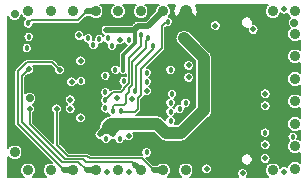
<source format=gbr>
%TF.GenerationSoftware,KiCad,Pcbnew,5.1.0-rc2-unknown-036be7d~80~ubuntu16.04.1*%
%TF.CreationDate,2022-06-01T13:33:31+03:00*%
%TF.ProjectId,Flash-e_Rev_C,466c6173-682d-4655-9f52-65765f432e6b,A*%
%TF.SameCoordinates,Original*%
%TF.FileFunction,Copper,L3,Inr*%
%TF.FilePolarity,Positive*%
%FSLAX46Y46*%
G04 Gerber Fmt 4.6, Leading zero omitted, Abs format (unit mm)*
G04 Created by KiCad (PCBNEW 5.1.0-rc2-unknown-036be7d~80~ubuntu16.04.1) date 2022-06-01 13:33:31*
%MOMM*%
%LPD*%
G04 APERTURE LIST*
%TA.AperFunction,ViaPad*%
%ADD10C,0.900000*%
%TD*%
%TA.AperFunction,ViaPad*%
%ADD11C,0.500000*%
%TD*%
%TA.AperFunction,ViaPad*%
%ADD12C,0.457200*%
%TD*%
%TA.AperFunction,ViaPad*%
%ADD13C,0.700000*%
%TD*%
%TA.AperFunction,ViaPad*%
%ADD14C,1.000000*%
%TD*%
%TA.AperFunction,Conductor*%
%ADD15C,0.508000*%
%TD*%
%TA.AperFunction,Conductor*%
%ADD16C,1.016000*%
%TD*%
%TA.AperFunction,Conductor*%
%ADD17C,0.762000*%
%TD*%
%TA.AperFunction,Conductor*%
%ADD18C,0.127000*%
%TD*%
%TA.AperFunction,Conductor*%
%ADD19C,0.304800*%
%TD*%
%TA.AperFunction,Conductor*%
%ADD20C,0.177800*%
%TD*%
G04 APERTURE END LIST*
D10*
%TO.N,/NAND-D6\005CeMMC-D6*%
%TO.C,TESTPAD7*%
X156718000Y-88519000D03*
%TD*%
%TO.N,/NAND-D0\005CeMMC-D0*%
%TO.C,TESTPAD1*%
X154813000Y-98171000D03*
%TD*%
%TO.N,/NAND-D1\005CeMMC-D1*%
%TO.C,TESTPAD2*%
X156718000Y-98044000D03*
%TD*%
%TO.N,/NAND-D2\005CeMMC-D2*%
%TO.C,TESTPAD3*%
X156718000Y-96139000D03*
%TD*%
%TO.N,/NAND-D3\005CeMMC-D3*%
%TO.C,TESTPAD4*%
X156718000Y-94234000D03*
%TD*%
%TO.N,/NAND-D4\005CeMMC-D4*%
%TO.C,TESTPAD5*%
X156718000Y-92329000D03*
%TD*%
%TO.N,/NAND-D5\005CeMMC-D5*%
%TO.C,TESTPAD6*%
X156718000Y-90424000D03*
%TD*%
%TO.N,/NAND-D7\005CeMMC-D7*%
%TO.C,TESTPAD8*%
X156718000Y-86614000D03*
%TD*%
%TO.N,/eMMC-CLK*%
%TO.C,TESTPAD9*%
X154813000Y-84709000D03*
%TD*%
%TO.N,/eMMC-DS*%
%TO.C,TESTPAD10*%
X156718000Y-84709000D03*
%TD*%
%TO.N,/eMMC-CMD*%
%TO.C,TESTPAD11*%
X143637000Y-84709000D03*
%TD*%
%TO.N,/eMMC-RST*%
%TO.C,TESTPAD12*%
X141732000Y-84709000D03*
%TD*%
%TO.N,+3V3*%
%TO.C,TESTPAD13*%
X147447000Y-84709000D03*
%TD*%
%TO.N,VDD*%
%TO.C,TESTPAD14*%
X145542000Y-84709000D03*
%TD*%
%TO.N,/SPI-CLK(CLK)*%
%TO.C,TESTPAD15*%
X139827000Y-84709000D03*
%TD*%
%TO.N,/SPI-MOSI(IO0)*%
%TO.C,TESTPAD16*%
X137922000Y-84709000D03*
%TD*%
%TO.N,/SPI-HOLD(IO3)*%
%TO.C,TESTPAD17*%
X136017000Y-84709000D03*
%TD*%
%TO.N,/SPI-WPn(IO2)*%
%TO.C,TESTPAD18*%
X134112000Y-84709000D03*
%TD*%
%TO.N,/SPI-MISO(IO1)*%
%TO.C,TESTPAD19*%
X134112000Y-98171000D03*
%TD*%
%TO.N,/SPI-CS(CMD)*%
%TO.C,TESTPAD20*%
X136017000Y-98171000D03*
%TD*%
%TO.N,/NAND-RB0*%
%TO.C,TESTPAD21*%
X137922000Y-98171000D03*
%TD*%
%TO.N,/NAND-RE*%
%TO.C,TESTPAD22*%
X139827000Y-98171000D03*
%TD*%
%TO.N,/NAND-CE0*%
%TO.C,TESTPAD23*%
X141732000Y-98171000D03*
%TD*%
%TO.N,/NAND-CLE*%
%TO.C,TESTPAD24*%
X143637000Y-98171000D03*
%TD*%
%TO.N,/NAND-ALE*%
%TO.C,TESTPAD25*%
X145542000Y-98171000D03*
%TD*%
%TO.N,/NAND-WE*%
%TO.C,TESTPAD26*%
X147447000Y-98171000D03*
%TD*%
%TO.N,GND*%
%TO.C,TESTPAD27*%
X132969000Y-96647000D03*
%TD*%
D11*
%TO.N,GND*%
X154178000Y-92710000D03*
X154178000Y-91694000D03*
X153162000Y-86233000D03*
X144145000Y-91440000D03*
D12*
X141859000Y-95504000D03*
X140716000Y-95504000D03*
D11*
X138557000Y-93726000D03*
D12*
X140665200Y-91541600D03*
D11*
X141681200Y-92075000D03*
X142887700Y-92138500D03*
D12*
X142214600Y-90601800D03*
X156514800Y-95326200D03*
D11*
X154178000Y-97155000D03*
X154178000Y-96012000D03*
D12*
X154178000Y-94970600D03*
D13*
X156667200Y-85648800D03*
D11*
X141859000Y-87122000D03*
X137795000Y-90678000D03*
X149225000Y-98044000D03*
D13*
X134239000Y-92075000D03*
X132969000Y-84963000D03*
D11*
X137668000Y-92202000D03*
X138430000Y-86741000D03*
D12*
X146177000Y-93980000D03*
D11*
X140766800Y-98272600D03*
X142697200Y-98272600D03*
X155778200Y-84505800D03*
X147701000Y-89281000D03*
X147701000Y-90297000D03*
X152273000Y-98425000D03*
X149961600Y-85902800D03*
X155778200Y-98272600D03*
D12*
X140650000Y-90159800D03*
D11*
%TO.N,+3V3*%
X144145000Y-92202000D03*
X144145000Y-93091000D03*
D12*
X140639800Y-90855800D03*
X141681200Y-91084400D03*
D11*
X154178000Y-90678000D03*
X154178000Y-89662000D03*
X156464000Y-93345000D03*
X137541000Y-86741000D03*
D13*
X134239000Y-91059000D03*
D11*
X137922000Y-96520000D03*
X136779000Y-86741000D03*
%TO.N,/SPI-WPn(IO2)*%
X142621000Y-95250000D03*
X137668000Y-92964000D03*
D12*
%TO.N,/SPI-CLK(CLK)*%
X134112000Y-85725000D03*
%TO.N,/SPI-MOSI(IO0)*%
X134010400Y-87807800D03*
%TO.N,VDD*%
X142150000Y-89650000D03*
X140208000Y-95123000D03*
X141300200Y-95123000D03*
X140665200Y-92913200D03*
D14*
X147320000Y-86995000D03*
D11*
X140716000Y-86283800D03*
%TO.N,/eMMC-VDDI*%
X138557000Y-88900000D03*
D12*
%TO.N,/eMMC_CLK*%
X142011400Y-93141800D03*
X145923000Y-85598000D03*
%TO.N,/NAND-D7\005CeMMC-D7*%
X142621000Y-87122000D03*
X146177000Y-89662000D03*
%TO.N,/NAND-D6\005CeMMC-D6*%
X141500000Y-89650000D03*
X144145000Y-89916000D03*
%TO.N,/NAND-D5\005CeMMC-D5*%
X138600000Y-90600000D03*
X144145000Y-90678000D03*
%TO.N,/NAND-D4\005CeMMC-D4*%
X139650000Y-87550000D03*
X146304000Y-91694000D03*
%TO.N,/NAND-D3\005CeMMC-D3*%
X139192000Y-86995000D03*
X146177000Y-92456000D03*
%TO.N,/NAND-D2\005CeMMC-D2*%
X141224000Y-87630000D03*
X147447000Y-92456000D03*
%TO.N,/NAND-D1\005CeMMC-D1*%
X140868400Y-86995000D03*
X146939000Y-92964000D03*
%TO.N,/eMMC-CMD*%
X141300200Y-93167200D03*
X144272000Y-86995000D03*
%TO.N,/eMMC-RST*%
X140665200Y-92227400D03*
X143637000Y-86741000D03*
D11*
%TO.N,/NAND-RB0*%
X136779000Y-89662000D03*
%TO.N,/NAND-RE*%
X134175500Y-89598500D03*
%TO.N,/NAND-CLE*%
X134239000Y-92964000D03*
%TO.N,/NAND-ALE*%
X136525000Y-92964000D03*
D12*
%TO.N,/NAND-D0\005CeMMC-D0*%
X140150000Y-87050000D03*
X146177000Y-93218000D03*
%TO.N,/eMMC_DS*%
X143129000Y-91414600D03*
X144653000Y-87630000D03*
%TO.N,/SPI_CLK*%
X134162800Y-86868000D03*
%TO.N,/NAND_CE0*%
X144145000Y-96647000D03*
%TD*%
D15*
%TO.N,+3V3*%
X141681200Y-91084400D02*
X141452600Y-90855800D01*
X141452600Y-90855800D02*
X140639800Y-90855800D01*
D16*
X147447000Y-84709000D02*
X147447000Y-85725000D01*
D15*
X139903200Y-90855800D02*
X140639800Y-90855800D01*
X139319000Y-91440000D02*
X139903200Y-90855800D01*
X136398000Y-91440000D02*
X139319000Y-91440000D01*
X135001000Y-91059000D02*
X135382000Y-91440000D01*
X135382000Y-91440000D02*
X136398000Y-91440000D01*
X134239000Y-91059000D02*
X135001000Y-91059000D01*
D16*
X150622000Y-88138000D02*
X148209000Y-85725000D01*
X150622000Y-93726000D02*
X150622000Y-88138000D01*
X147828000Y-96520000D02*
X150622000Y-93726000D01*
X139192000Y-94488000D02*
X139192000Y-95631000D01*
X139573000Y-94107000D02*
X139192000Y-94488000D01*
X139573000Y-91694000D02*
X139573000Y-94107000D01*
X139319000Y-91440000D02*
X139573000Y-91694000D01*
X145415000Y-96520000D02*
X147828000Y-96520000D01*
X139192000Y-95631000D02*
X139979400Y-96418400D01*
X148209000Y-85725000D02*
X147447000Y-85725000D01*
X144526000Y-95631000D02*
X145415000Y-96520000D01*
X139979400Y-96418400D02*
X142849600Y-96418400D01*
X142849600Y-96418400D02*
X143637000Y-95631000D01*
X143637000Y-95631000D02*
X144526000Y-95631000D01*
D15*
X138811000Y-95631000D02*
X139192000Y-95631000D01*
X137922000Y-96520000D02*
X138811000Y-95631000D01*
X137033000Y-91440000D02*
X137033000Y-90424000D01*
X137033000Y-90424000D02*
X137541000Y-89916000D01*
X137541000Y-89916000D02*
X137541000Y-86741000D01*
X145034000Y-92075000D02*
X144272000Y-92837000D01*
X145034000Y-89408000D02*
X145034000Y-92075000D01*
D17*
X146177000Y-88265000D02*
X145034000Y-89408000D01*
X146939000Y-85725000D02*
X146177000Y-86487000D01*
D15*
X147447000Y-85725000D02*
X146939000Y-85725000D01*
D17*
X146177000Y-86487000D02*
X146177000Y-88265000D01*
D15*
%TO.N,/SPI-CLK(CLK)*%
X139065000Y-84709000D02*
X139827000Y-84709000D01*
D18*
X138303000Y-85471000D02*
X139065000Y-84709000D01*
X134366000Y-85471000D02*
X138303000Y-85471000D01*
X134112000Y-85725000D02*
X134366000Y-85471000D01*
D15*
%TO.N,VDD*%
X143078200Y-86283800D02*
X140716000Y-86283800D01*
X143383000Y-85979000D02*
X143078200Y-86283800D01*
X144272000Y-85979000D02*
X143383000Y-85979000D01*
X145542000Y-84709000D02*
X144272000Y-85979000D01*
X140462000Y-94869000D02*
X140843000Y-94488000D01*
X140208000Y-95123000D02*
X140462000Y-94869000D01*
X140995400Y-94818200D02*
X140512800Y-94818200D01*
X141300200Y-95123000D02*
X140995400Y-94818200D01*
X141732000Y-94488000D02*
X141986000Y-94488000D01*
X141300200Y-94919800D02*
X141732000Y-94488000D01*
X141300200Y-95123000D02*
X141300200Y-94919800D01*
D16*
X141097000Y-94234000D02*
X140843000Y-94488000D01*
X145796000Y-94996000D02*
X145034000Y-94234000D01*
X147320000Y-86995000D02*
X148971000Y-88646000D01*
X145034000Y-94234000D02*
X141097000Y-94234000D01*
X148971000Y-88646000D02*
X148971000Y-93091000D01*
X148971000Y-93091000D02*
X147066000Y-94996000D01*
X147066000Y-94996000D02*
X145796000Y-94996000D01*
D19*
X142150000Y-88380400D02*
X142150000Y-89650000D01*
X143129000Y-87401400D02*
X142150000Y-88380400D01*
X143129000Y-86334600D02*
X143129000Y-87401400D01*
X143078200Y-86283800D02*
X143129000Y-86334600D01*
D20*
%TO.N,/eMMC_CLK*%
X142113000Y-93243400D02*
X142011400Y-93141800D01*
X143129000Y-93243400D02*
X142113000Y-93243400D01*
X143383000Y-92075000D02*
X143383000Y-92989400D01*
X143637000Y-91821000D02*
X143383000Y-92075000D01*
X145923000Y-85598000D02*
X145796000Y-85598000D01*
X143637000Y-89611200D02*
X143637000Y-91821000D01*
X145796000Y-85598000D02*
X145415000Y-85979000D01*
X143383000Y-92989400D02*
X143129000Y-93243400D01*
X145415000Y-85979000D02*
X145415000Y-87833200D01*
X145415000Y-87833200D02*
X143637000Y-89611200D01*
%TO.N,/eMMC-CMD*%
X142367000Y-91821000D02*
X142621000Y-91567000D01*
X142367000Y-92456000D02*
X142367000Y-91821000D01*
X141300200Y-93167200D02*
X141300200Y-92735400D01*
X141300200Y-92735400D02*
X141439900Y-92595700D01*
X141439900Y-92595700D02*
X142227300Y-92595700D01*
X142227300Y-92595700D02*
X142367000Y-92456000D01*
X144068800Y-87833200D02*
X143065500Y-88836500D01*
X144068800Y-87198200D02*
X144068800Y-87833200D01*
X144272000Y-86995000D02*
X144068800Y-87198200D01*
D18*
X142900400Y-89001600D02*
X142900400Y-90906600D01*
X142900400Y-90906600D02*
X142621000Y-91186000D01*
X142621000Y-91338400D02*
X142621000Y-91186000D01*
D20*
X142621000Y-91567000D02*
X142621000Y-91338400D01*
D18*
X143065500Y-88836500D02*
X142900400Y-89001600D01*
%TO.N,/eMMC-RST*%
X142646400Y-88620600D02*
X142646400Y-90779600D01*
X142646400Y-90779600D02*
X142240000Y-91186000D01*
D20*
X143637000Y-87630000D02*
X142646400Y-88620600D01*
X143637000Y-86741000D02*
X143637000Y-87630000D01*
X141325600Y-91567000D02*
X141986000Y-91567000D01*
X140665200Y-92227400D02*
X141325600Y-91567000D01*
X141986000Y-91567000D02*
X142240000Y-91313000D01*
X142240000Y-91313000D02*
X142240000Y-91186000D01*
D15*
%TO.N,/NAND-RB0*%
X137922000Y-98171000D02*
X137160000Y-98171000D01*
D18*
X136144000Y-89027000D02*
X136779000Y-89662000D01*
X137160000Y-98171000D02*
X133223000Y-94234000D01*
X133223000Y-94234000D02*
X133223000Y-89789000D01*
X133223000Y-89789000D02*
X133985000Y-89027000D01*
X133985000Y-89027000D02*
X136144000Y-89027000D01*
D15*
%TO.N,/NAND-RE*%
X139065000Y-98171000D02*
X139827000Y-98171000D01*
D18*
X138379200Y-97485200D02*
X139065000Y-98171000D01*
X134175500Y-89598500D02*
X133604000Y-90170000D01*
X133604000Y-90170000D02*
X133604000Y-94107000D01*
X133604000Y-94107000D02*
X136982200Y-97485200D01*
X136982200Y-97485200D02*
X138379200Y-97485200D01*
D15*
%TO.N,/NAND-CLE*%
X143637000Y-98171000D02*
X143192500Y-97726500D01*
D18*
X134239000Y-94234000D02*
X134239000Y-92964000D01*
X137236200Y-97231200D02*
X134239000Y-94234000D01*
X143192500Y-97726500D02*
X142925800Y-97459800D01*
X142925800Y-97459800D02*
X138988800Y-97459800D01*
X138988800Y-97459800D02*
X138760200Y-97231200D01*
X138760200Y-97231200D02*
X137236200Y-97231200D01*
D15*
%TO.N,/NAND-ALE*%
X145542000Y-98171000D02*
X144780000Y-98171000D01*
D18*
X136525000Y-96012000D02*
X136525000Y-92964000D01*
X137490200Y-96977200D02*
X136525000Y-96012000D01*
X144780000Y-98171000D02*
X143764000Y-97155000D01*
X143764000Y-97155000D02*
X139319000Y-97155000D01*
X139319000Y-97155000D02*
X139141200Y-96977200D01*
X139141200Y-96977200D02*
X137490200Y-96977200D01*
D20*
%TO.N,/eMMC_DS*%
X144653000Y-87909400D02*
X144653000Y-87630000D01*
X143230600Y-91313000D02*
X143230600Y-89331800D01*
X143230600Y-89331800D02*
X144653000Y-87909400D01*
X143129000Y-91414600D02*
X143230600Y-91313000D01*
%TD*%
D18*
%TO.N,+3V3*%
G36*
X141307513Y-84191762D02*
G01*
X141214762Y-84284513D01*
X141141887Y-84393578D01*
X141091690Y-84514764D01*
X141066100Y-84643415D01*
X141066100Y-84774585D01*
X141091690Y-84903236D01*
X141141887Y-85024422D01*
X141214762Y-85133487D01*
X141307513Y-85226238D01*
X141416578Y-85299113D01*
X141537764Y-85349310D01*
X141666415Y-85374900D01*
X141797585Y-85374900D01*
X141926236Y-85349310D01*
X142047422Y-85299113D01*
X142156487Y-85226238D01*
X142249238Y-85133487D01*
X142322113Y-85024422D01*
X142372310Y-84903236D01*
X142397900Y-84774585D01*
X142397900Y-84643415D01*
X142372310Y-84514764D01*
X142322113Y-84393578D01*
X142249238Y-84284513D01*
X142156487Y-84191762D01*
X142113292Y-84162900D01*
X143255708Y-84162900D01*
X143212513Y-84191762D01*
X143119762Y-84284513D01*
X143046887Y-84393578D01*
X142996690Y-84514764D01*
X142971100Y-84643415D01*
X142971100Y-84774585D01*
X142996690Y-84903236D01*
X143046887Y-85024422D01*
X143119762Y-85133487D01*
X143212513Y-85226238D01*
X143321578Y-85299113D01*
X143442764Y-85349310D01*
X143571415Y-85374900D01*
X143702585Y-85374900D01*
X143831236Y-85349310D01*
X143952422Y-85299113D01*
X144061487Y-85226238D01*
X144154238Y-85133487D01*
X144227113Y-85024422D01*
X144277310Y-84903236D01*
X144302900Y-84774585D01*
X144302900Y-84643415D01*
X144277310Y-84514764D01*
X144227113Y-84393578D01*
X144154238Y-84284513D01*
X144061487Y-84191762D01*
X144018292Y-84162900D01*
X145160708Y-84162900D01*
X145117513Y-84191762D01*
X145024762Y-84284513D01*
X144951887Y-84393578D01*
X144901690Y-84514764D01*
X144876100Y-84643415D01*
X144876100Y-84710361D01*
X144077362Y-85509100D01*
X143406076Y-85509100D01*
X143382999Y-85506827D01*
X143290882Y-85515900D01*
X143258343Y-85525771D01*
X143202307Y-85542769D01*
X143120675Y-85586402D01*
X143049123Y-85645123D01*
X143034405Y-85663057D01*
X142883562Y-85813900D01*
X140692923Y-85813900D01*
X140623884Y-85820700D01*
X140535307Y-85847569D01*
X140453675Y-85891202D01*
X140382123Y-85949923D01*
X140323402Y-86021475D01*
X140279769Y-86103107D01*
X140252900Y-86191684D01*
X140243827Y-86283800D01*
X140252900Y-86375916D01*
X140279769Y-86464493D01*
X140323402Y-86546125D01*
X140382123Y-86617677D01*
X140453675Y-86676398D01*
X140522210Y-86713031D01*
X140489942Y-86761324D01*
X140433352Y-86704734D01*
X140360550Y-86656089D01*
X140279656Y-86622582D01*
X140193779Y-86605500D01*
X140106221Y-86605500D01*
X140020344Y-86622582D01*
X139939450Y-86656089D01*
X139866648Y-86704734D01*
X139804734Y-86766648D01*
X139756089Y-86839450D01*
X139722582Y-86920344D01*
X139705500Y-87006221D01*
X139705500Y-87093779D01*
X139708410Y-87108410D01*
X139693779Y-87105500D01*
X139623228Y-87105500D01*
X139636500Y-87038779D01*
X139636500Y-86951221D01*
X139619418Y-86865344D01*
X139585911Y-86784450D01*
X139537266Y-86711648D01*
X139475352Y-86649734D01*
X139402550Y-86601089D01*
X139321656Y-86567582D01*
X139235779Y-86550500D01*
X139148221Y-86550500D01*
X139062344Y-86567582D01*
X138981450Y-86601089D01*
X138908648Y-86649734D01*
X138890486Y-86667896D01*
X138877995Y-86605102D01*
X138842875Y-86520314D01*
X138791888Y-86444006D01*
X138726994Y-86379112D01*
X138650686Y-86328125D01*
X138565898Y-86293005D01*
X138475887Y-86275100D01*
X138384113Y-86275100D01*
X138294102Y-86293005D01*
X138209314Y-86328125D01*
X138133006Y-86379112D01*
X138068112Y-86444006D01*
X138017125Y-86520314D01*
X137982005Y-86605102D01*
X137964100Y-86695113D01*
X137964100Y-86786887D01*
X137982005Y-86876898D01*
X138017125Y-86961686D01*
X138068112Y-87037994D01*
X138133006Y-87102888D01*
X138209314Y-87153875D01*
X138294102Y-87188995D01*
X138384113Y-87206900D01*
X138475887Y-87206900D01*
X138565898Y-87188995D01*
X138650686Y-87153875D01*
X138726994Y-87102888D01*
X138754734Y-87075148D01*
X138764582Y-87124656D01*
X138798089Y-87205550D01*
X138846734Y-87278352D01*
X138908648Y-87340266D01*
X138981450Y-87388911D01*
X139062344Y-87422418D01*
X139148221Y-87439500D01*
X139218772Y-87439500D01*
X139205500Y-87506221D01*
X139205500Y-87593779D01*
X139222582Y-87679656D01*
X139256089Y-87760550D01*
X139304734Y-87833352D01*
X139366648Y-87895266D01*
X139439450Y-87943911D01*
X139520344Y-87977418D01*
X139606221Y-87994500D01*
X139693779Y-87994500D01*
X139779656Y-87977418D01*
X139860550Y-87943911D01*
X139933352Y-87895266D01*
X139995266Y-87833352D01*
X140043911Y-87760550D01*
X140077418Y-87679656D01*
X140094500Y-87593779D01*
X140094500Y-87506221D01*
X140091590Y-87491590D01*
X140106221Y-87494500D01*
X140193779Y-87494500D01*
X140279656Y-87477418D01*
X140360550Y-87443911D01*
X140433352Y-87395266D01*
X140495266Y-87333352D01*
X140528458Y-87283676D01*
X140585048Y-87340266D01*
X140657850Y-87388911D01*
X140738744Y-87422418D01*
X140822000Y-87438979D01*
X140796582Y-87500344D01*
X140779500Y-87586221D01*
X140779500Y-87673779D01*
X140796582Y-87759656D01*
X140830089Y-87840550D01*
X140878734Y-87913352D01*
X140940648Y-87975266D01*
X141013450Y-88023911D01*
X141094344Y-88057418D01*
X141180221Y-88074500D01*
X141267779Y-88074500D01*
X141353656Y-88057418D01*
X141434550Y-88023911D01*
X141507352Y-87975266D01*
X141569266Y-87913352D01*
X141617911Y-87840550D01*
X141651418Y-87759656D01*
X141668500Y-87673779D01*
X141668500Y-87586221D01*
X141660080Y-87543891D01*
X141723102Y-87569995D01*
X141813113Y-87587900D01*
X141904887Y-87587900D01*
X141994898Y-87569995D01*
X142079686Y-87534875D01*
X142155994Y-87483888D01*
X142220888Y-87418994D01*
X142252868Y-87371131D01*
X142275734Y-87405352D01*
X142337648Y-87467266D01*
X142410450Y-87515911D01*
X142469270Y-87540275D01*
X141902364Y-88107182D01*
X141888313Y-88118714D01*
X141876783Y-88132763D01*
X141876779Y-88132767D01*
X141871275Y-88139474D01*
X141842288Y-88174794D01*
X141808089Y-88238777D01*
X141787029Y-88308202D01*
X141781700Y-88362308D01*
X141781700Y-88362315D01*
X141779919Y-88380400D01*
X141781700Y-88398486D01*
X141781701Y-89303631D01*
X141710550Y-89256089D01*
X141629656Y-89222582D01*
X141543779Y-89205500D01*
X141456221Y-89205500D01*
X141370344Y-89222582D01*
X141289450Y-89256089D01*
X141216648Y-89304734D01*
X141154734Y-89366648D01*
X141106089Y-89439450D01*
X141072582Y-89520344D01*
X141055500Y-89606221D01*
X141055500Y-89693779D01*
X141072582Y-89779656D01*
X141106089Y-89860550D01*
X141154734Y-89933352D01*
X141216648Y-89995266D01*
X141289450Y-90043911D01*
X141370344Y-90077418D01*
X141456221Y-90094500D01*
X141543779Y-90094500D01*
X141629656Y-90077418D01*
X141710550Y-90043911D01*
X141783352Y-89995266D01*
X141825000Y-89953618D01*
X141866648Y-89995266D01*
X141939450Y-90043911D01*
X142020344Y-90077418D01*
X142106221Y-90094500D01*
X142193779Y-90094500D01*
X142279656Y-90077418D01*
X142360550Y-90043911D01*
X142367001Y-90039601D01*
X142367001Y-90183803D01*
X142344256Y-90174382D01*
X142258379Y-90157300D01*
X142170821Y-90157300D01*
X142084944Y-90174382D01*
X142004050Y-90207889D01*
X141931248Y-90256534D01*
X141869334Y-90318448D01*
X141820689Y-90391250D01*
X141787182Y-90472144D01*
X141770100Y-90558021D01*
X141770100Y-90645579D01*
X141787182Y-90731456D01*
X141820689Y-90812350D01*
X141869334Y-90885152D01*
X141931248Y-90947066D01*
X142002639Y-90994768D01*
X141985343Y-91015843D01*
X141957040Y-91068794D01*
X141939611Y-91126249D01*
X141935200Y-91171034D01*
X141935200Y-91186748D01*
X141859749Y-91262200D01*
X141340558Y-91262200D01*
X141325600Y-91260727D01*
X141310642Y-91262200D01*
X141310634Y-91262200D01*
X141265849Y-91266611D01*
X141208394Y-91284040D01*
X141155443Y-91312342D01*
X141109032Y-91350432D01*
X141099492Y-91362056D01*
X141080020Y-91381528D01*
X141059111Y-91331050D01*
X141010466Y-91258248D01*
X140948552Y-91196334D01*
X140875750Y-91147689D01*
X140794856Y-91114182D01*
X140708979Y-91097100D01*
X140621421Y-91097100D01*
X140535544Y-91114182D01*
X140454650Y-91147689D01*
X140381848Y-91196334D01*
X140319934Y-91258248D01*
X140271289Y-91331050D01*
X140237782Y-91411944D01*
X140220700Y-91497821D01*
X140220700Y-91585379D01*
X140237782Y-91671256D01*
X140271289Y-91752150D01*
X140319934Y-91824952D01*
X140379482Y-91884500D01*
X140319934Y-91944048D01*
X140271289Y-92016850D01*
X140237782Y-92097744D01*
X140220700Y-92183621D01*
X140220700Y-92271179D01*
X140237782Y-92357056D01*
X140271289Y-92437950D01*
X140319934Y-92510752D01*
X140379482Y-92570300D01*
X140319934Y-92629848D01*
X140271289Y-92702650D01*
X140237782Y-92783544D01*
X140220700Y-92869421D01*
X140220700Y-92956979D01*
X140237782Y-93042856D01*
X140271289Y-93123750D01*
X140319934Y-93196552D01*
X140381848Y-93258466D01*
X140454650Y-93307111D01*
X140535544Y-93340618D01*
X140621421Y-93357700D01*
X140708979Y-93357700D01*
X140794856Y-93340618D01*
X140875750Y-93307111D01*
X140876752Y-93306441D01*
X140906289Y-93377750D01*
X140954934Y-93450552D01*
X141016848Y-93512466D01*
X141019491Y-93514232D01*
X140968950Y-93519210D01*
X140955090Y-93520575D01*
X140936020Y-93526360D01*
X140818635Y-93561968D01*
X140692877Y-93629187D01*
X140582649Y-93719649D01*
X140559976Y-93747276D01*
X140305984Y-94001268D01*
X140238188Y-94083878D01*
X140170968Y-94209636D01*
X140129575Y-94346091D01*
X140115598Y-94488000D01*
X140121234Y-94545228D01*
X139859413Y-94807049D01*
X139815404Y-94860675D01*
X139771769Y-94942308D01*
X139744900Y-95030884D01*
X139735827Y-95123000D01*
X139744900Y-95215116D01*
X139771769Y-95303692D01*
X139815404Y-95385325D01*
X139874124Y-95456876D01*
X139945675Y-95515596D01*
X140027308Y-95559231D01*
X140115884Y-95586100D01*
X140208000Y-95595173D01*
X140279526Y-95588128D01*
X140288582Y-95633656D01*
X140322089Y-95714550D01*
X140370734Y-95787352D01*
X140432648Y-95849266D01*
X140505450Y-95897911D01*
X140586344Y-95931418D01*
X140672221Y-95948500D01*
X140759779Y-95948500D01*
X140845656Y-95931418D01*
X140926550Y-95897911D01*
X140999352Y-95849266D01*
X141061266Y-95787352D01*
X141109911Y-95714550D01*
X141143418Y-95633656D01*
X141156019Y-95570307D01*
X141174636Y-95575954D01*
X141208082Y-95586100D01*
X141300199Y-95595173D01*
X141300200Y-95595173D01*
X141346257Y-95590637D01*
X141392316Y-95586100D01*
X141412931Y-95579846D01*
X141420426Y-95577573D01*
X141431582Y-95633656D01*
X141465089Y-95714550D01*
X141513734Y-95787352D01*
X141575648Y-95849266D01*
X141648450Y-95897911D01*
X141729344Y-95931418D01*
X141815221Y-95948500D01*
X141902779Y-95948500D01*
X141988656Y-95931418D01*
X142069550Y-95897911D01*
X142142352Y-95849266D01*
X142204266Y-95787352D01*
X142252911Y-95714550D01*
X142286418Y-95633656D01*
X142296266Y-95584148D01*
X142324006Y-95611888D01*
X142400314Y-95662875D01*
X142485102Y-95697995D01*
X142575113Y-95715900D01*
X142666887Y-95715900D01*
X142756898Y-95697995D01*
X142841686Y-95662875D01*
X142917994Y-95611888D01*
X142982888Y-95546994D01*
X143033875Y-95470686D01*
X143068995Y-95385898D01*
X143086900Y-95295887D01*
X143086900Y-95204113D01*
X143068995Y-95114102D01*
X143033875Y-95029314D01*
X142986158Y-94957900D01*
X144734152Y-94957900D01*
X145258981Y-95482730D01*
X145281649Y-95510351D01*
X145391877Y-95600813D01*
X145507987Y-95662875D01*
X145517635Y-95668032D01*
X145654090Y-95709425D01*
X145796000Y-95723402D01*
X145831556Y-95719900D01*
X147030444Y-95719900D01*
X147066000Y-95723402D01*
X147207909Y-95709425D01*
X147333044Y-95671466D01*
X147344365Y-95668032D01*
X147470123Y-95600813D01*
X147580351Y-95510351D01*
X147603024Y-95482724D01*
X148158927Y-94926821D01*
X153733500Y-94926821D01*
X153733500Y-95014379D01*
X153750582Y-95100256D01*
X153784089Y-95181150D01*
X153832734Y-95253952D01*
X153894648Y-95315866D01*
X153967450Y-95364511D01*
X154048344Y-95398018D01*
X154134221Y-95415100D01*
X154221779Y-95415100D01*
X154307656Y-95398018D01*
X154388550Y-95364511D01*
X154461352Y-95315866D01*
X154523266Y-95253952D01*
X154571911Y-95181150D01*
X154605418Y-95100256D01*
X154622500Y-95014379D01*
X154622500Y-94926821D01*
X154605418Y-94840944D01*
X154571911Y-94760050D01*
X154523266Y-94687248D01*
X154461352Y-94625334D01*
X154388550Y-94576689D01*
X154307656Y-94543182D01*
X154221779Y-94526100D01*
X154134221Y-94526100D01*
X154048344Y-94543182D01*
X153967450Y-94576689D01*
X153894648Y-94625334D01*
X153832734Y-94687248D01*
X153784089Y-94760050D01*
X153750582Y-94840944D01*
X153733500Y-94926821D01*
X148158927Y-94926821D01*
X149457730Y-93628019D01*
X149485351Y-93605351D01*
X149575813Y-93495123D01*
X149643032Y-93369365D01*
X149645689Y-93360605D01*
X149684425Y-93232910D01*
X149698402Y-93091000D01*
X149694900Y-93055444D01*
X149694900Y-92664113D01*
X153712100Y-92664113D01*
X153712100Y-92755887D01*
X153730005Y-92845898D01*
X153765125Y-92930686D01*
X153816112Y-93006994D01*
X153881006Y-93071888D01*
X153957314Y-93122875D01*
X154042102Y-93157995D01*
X154132113Y-93175900D01*
X154223887Y-93175900D01*
X154313898Y-93157995D01*
X154398686Y-93122875D01*
X154474994Y-93071888D01*
X154539888Y-93006994D01*
X154590875Y-92930686D01*
X154625995Y-92845898D01*
X154643900Y-92755887D01*
X154643900Y-92664113D01*
X154625995Y-92574102D01*
X154590875Y-92489314D01*
X154539888Y-92413006D01*
X154474994Y-92348112D01*
X154398686Y-92297125D01*
X154313898Y-92262005D01*
X154223887Y-92244100D01*
X154132113Y-92244100D01*
X154042102Y-92262005D01*
X153957314Y-92297125D01*
X153881006Y-92348112D01*
X153816112Y-92413006D01*
X153765125Y-92489314D01*
X153730005Y-92574102D01*
X153712100Y-92664113D01*
X149694900Y-92664113D01*
X149694900Y-91648113D01*
X153712100Y-91648113D01*
X153712100Y-91739887D01*
X153730005Y-91829898D01*
X153765125Y-91914686D01*
X153816112Y-91990994D01*
X153881006Y-92055888D01*
X153957314Y-92106875D01*
X154042102Y-92141995D01*
X154132113Y-92159900D01*
X154223887Y-92159900D01*
X154313898Y-92141995D01*
X154398686Y-92106875D01*
X154474994Y-92055888D01*
X154539888Y-91990994D01*
X154590875Y-91914686D01*
X154625995Y-91829898D01*
X154643900Y-91739887D01*
X154643900Y-91648113D01*
X154625995Y-91558102D01*
X154590875Y-91473314D01*
X154539888Y-91397006D01*
X154474994Y-91332112D01*
X154398686Y-91281125D01*
X154313898Y-91246005D01*
X154223887Y-91228100D01*
X154132113Y-91228100D01*
X154042102Y-91246005D01*
X153957314Y-91281125D01*
X153881006Y-91332112D01*
X153816112Y-91397006D01*
X153765125Y-91473314D01*
X153730005Y-91558102D01*
X153712100Y-91648113D01*
X149694900Y-91648113D01*
X149694900Y-88681556D01*
X149698402Y-88646000D01*
X149684425Y-88504091D01*
X149643032Y-88367635D01*
X149611264Y-88308202D01*
X149575813Y-88241877D01*
X149485350Y-88131649D01*
X149457734Y-88108985D01*
X147806732Y-86457984D01*
X147724122Y-86390188D01*
X147598364Y-86322968D01*
X147461909Y-86281575D01*
X147320000Y-86267598D01*
X147178091Y-86281575D01*
X147041636Y-86322968D01*
X146915878Y-86390188D01*
X146805650Y-86480650D01*
X146715188Y-86590878D01*
X146647968Y-86716636D01*
X146606575Y-86853091D01*
X146592598Y-86995000D01*
X146606575Y-87136909D01*
X146647968Y-87273364D01*
X146715188Y-87399122D01*
X146782984Y-87481732D01*
X148247100Y-88945849D01*
X148247101Y-92791150D01*
X146766152Y-94272100D01*
X146513518Y-94272100D01*
X146522266Y-94263352D01*
X146570911Y-94190550D01*
X146604418Y-94109656D01*
X146621500Y-94023779D01*
X146621500Y-93936221D01*
X146604418Y-93850344D01*
X146570911Y-93769450D01*
X146522266Y-93696648D01*
X146460352Y-93634734D01*
X146406873Y-93599000D01*
X146460352Y-93563266D01*
X146522266Y-93501352D01*
X146570911Y-93428550D01*
X146604418Y-93347656D01*
X146619287Y-93272905D01*
X146655648Y-93309266D01*
X146728450Y-93357911D01*
X146809344Y-93391418D01*
X146895221Y-93408500D01*
X146982779Y-93408500D01*
X147068656Y-93391418D01*
X147149550Y-93357911D01*
X147222352Y-93309266D01*
X147284266Y-93247352D01*
X147332911Y-93174550D01*
X147366418Y-93093656D01*
X147383500Y-93007779D01*
X147383500Y-92920221D01*
X147378603Y-92895603D01*
X147403221Y-92900500D01*
X147490779Y-92900500D01*
X147576656Y-92883418D01*
X147657550Y-92849911D01*
X147730352Y-92801266D01*
X147792266Y-92739352D01*
X147840911Y-92666550D01*
X147874418Y-92585656D01*
X147891500Y-92499779D01*
X147891500Y-92412221D01*
X147874418Y-92326344D01*
X147840911Y-92245450D01*
X147792266Y-92172648D01*
X147730352Y-92110734D01*
X147657550Y-92062089D01*
X147576656Y-92028582D01*
X147490779Y-92011500D01*
X147403221Y-92011500D01*
X147317344Y-92028582D01*
X147236450Y-92062089D01*
X147163648Y-92110734D01*
X147101734Y-92172648D01*
X147053089Y-92245450D01*
X147019582Y-92326344D01*
X147002500Y-92412221D01*
X147002500Y-92499779D01*
X147007397Y-92524397D01*
X146982779Y-92519500D01*
X146895221Y-92519500D01*
X146809344Y-92536582D01*
X146728450Y-92570089D01*
X146655648Y-92618734D01*
X146593734Y-92680648D01*
X146545089Y-92753450D01*
X146511582Y-92834344D01*
X146496713Y-92909095D01*
X146460352Y-92872734D01*
X146406873Y-92837000D01*
X146460352Y-92801266D01*
X146522266Y-92739352D01*
X146570911Y-92666550D01*
X146604418Y-92585656D01*
X146621500Y-92499779D01*
X146621500Y-92412221D01*
X146604418Y-92326344D01*
X146570911Y-92245450D01*
X146522266Y-92172648D01*
X146460352Y-92110734D01*
X146460007Y-92110503D01*
X146514550Y-92087911D01*
X146587352Y-92039266D01*
X146649266Y-91977352D01*
X146697911Y-91904550D01*
X146731418Y-91823656D01*
X146748500Y-91737779D01*
X146748500Y-91650221D01*
X146731418Y-91564344D01*
X146697911Y-91483450D01*
X146649266Y-91410648D01*
X146587352Y-91348734D01*
X146514550Y-91300089D01*
X146433656Y-91266582D01*
X146347779Y-91249500D01*
X146260221Y-91249500D01*
X146174344Y-91266582D01*
X146093450Y-91300089D01*
X146020648Y-91348734D01*
X145958734Y-91410648D01*
X145910089Y-91483450D01*
X145876582Y-91564344D01*
X145859500Y-91650221D01*
X145859500Y-91737779D01*
X145876582Y-91823656D01*
X145910089Y-91904550D01*
X145958734Y-91977352D01*
X146020648Y-92039266D01*
X146020993Y-92039497D01*
X145966450Y-92062089D01*
X145893648Y-92110734D01*
X145831734Y-92172648D01*
X145783089Y-92245450D01*
X145749582Y-92326344D01*
X145732500Y-92412221D01*
X145732500Y-92499779D01*
X145749582Y-92585656D01*
X145783089Y-92666550D01*
X145831734Y-92739352D01*
X145893648Y-92801266D01*
X145947127Y-92837000D01*
X145893648Y-92872734D01*
X145831734Y-92934648D01*
X145783089Y-93007450D01*
X145749582Y-93088344D01*
X145732500Y-93174221D01*
X145732500Y-93261779D01*
X145749582Y-93347656D01*
X145783089Y-93428550D01*
X145831734Y-93501352D01*
X145893648Y-93563266D01*
X145947127Y-93599000D01*
X145893648Y-93634734D01*
X145831734Y-93696648D01*
X145783089Y-93769450D01*
X145749582Y-93850344D01*
X145737057Y-93913309D01*
X145571023Y-93747275D01*
X145548351Y-93719649D01*
X145438123Y-93629187D01*
X145312365Y-93561968D01*
X145175909Y-93520575D01*
X145069556Y-93510100D01*
X145034000Y-93506598D01*
X144998444Y-93510100D01*
X143276627Y-93510100D01*
X143299157Y-93498058D01*
X143345568Y-93459968D01*
X143355112Y-93448339D01*
X143587944Y-93215508D01*
X143599568Y-93205968D01*
X143637658Y-93159557D01*
X143665960Y-93106606D01*
X143683389Y-93049151D01*
X143687800Y-93004366D01*
X143687800Y-93004359D01*
X143689273Y-92989401D01*
X143687800Y-92974443D01*
X143687800Y-92201251D01*
X143841944Y-92047108D01*
X143853568Y-92037568D01*
X143891658Y-91991157D01*
X143919960Y-91938206D01*
X143935534Y-91886866D01*
X143937389Y-91880752D01*
X143938125Y-91873274D01*
X143939514Y-91859171D01*
X144009102Y-91887995D01*
X144099113Y-91905900D01*
X144190887Y-91905900D01*
X144280898Y-91887995D01*
X144365686Y-91852875D01*
X144441994Y-91801888D01*
X144506888Y-91736994D01*
X144557875Y-91660686D01*
X144592995Y-91575898D01*
X144610900Y-91485887D01*
X144610900Y-91394113D01*
X144592995Y-91304102D01*
X144557875Y-91219314D01*
X144506888Y-91143006D01*
X144441994Y-91078112D01*
X144394131Y-91046132D01*
X144428352Y-91023266D01*
X144490266Y-90961352D01*
X144538911Y-90888550D01*
X144572418Y-90807656D01*
X144589500Y-90721779D01*
X144589500Y-90634221D01*
X144572418Y-90548344D01*
X144538911Y-90467450D01*
X144490266Y-90394648D01*
X144428352Y-90332734D01*
X144374873Y-90297000D01*
X144428352Y-90261266D01*
X144438505Y-90251113D01*
X147235100Y-90251113D01*
X147235100Y-90342887D01*
X147253005Y-90432898D01*
X147288125Y-90517686D01*
X147339112Y-90593994D01*
X147404006Y-90658888D01*
X147480314Y-90709875D01*
X147565102Y-90744995D01*
X147655113Y-90762900D01*
X147746887Y-90762900D01*
X147836898Y-90744995D01*
X147921686Y-90709875D01*
X147997994Y-90658888D01*
X148062888Y-90593994D01*
X148113875Y-90517686D01*
X148148995Y-90432898D01*
X148166900Y-90342887D01*
X148166900Y-90251113D01*
X148148995Y-90161102D01*
X148113875Y-90076314D01*
X148062888Y-90000006D01*
X147997994Y-89935112D01*
X147921686Y-89884125D01*
X147836898Y-89849005D01*
X147746887Y-89831100D01*
X147655113Y-89831100D01*
X147565102Y-89849005D01*
X147480314Y-89884125D01*
X147404006Y-89935112D01*
X147339112Y-90000006D01*
X147288125Y-90076314D01*
X147253005Y-90161102D01*
X147235100Y-90251113D01*
X144438505Y-90251113D01*
X144490266Y-90199352D01*
X144538911Y-90126550D01*
X144572418Y-90045656D01*
X144589500Y-89959779D01*
X144589500Y-89872221D01*
X144572418Y-89786344D01*
X144538911Y-89705450D01*
X144490266Y-89632648D01*
X144475839Y-89618221D01*
X145732500Y-89618221D01*
X145732500Y-89705779D01*
X145749582Y-89791656D01*
X145783089Y-89872550D01*
X145831734Y-89945352D01*
X145893648Y-90007266D01*
X145966450Y-90055911D01*
X146047344Y-90089418D01*
X146133221Y-90106500D01*
X146220779Y-90106500D01*
X146306656Y-90089418D01*
X146387550Y-90055911D01*
X146460352Y-90007266D01*
X146522266Y-89945352D01*
X146570911Y-89872550D01*
X146604418Y-89791656D01*
X146621500Y-89705779D01*
X146621500Y-89618221D01*
X146604418Y-89532344D01*
X146570911Y-89451450D01*
X146522266Y-89378648D01*
X146460352Y-89316734D01*
X146387550Y-89268089D01*
X146307938Y-89235113D01*
X147235100Y-89235113D01*
X147235100Y-89326887D01*
X147253005Y-89416898D01*
X147288125Y-89501686D01*
X147339112Y-89577994D01*
X147404006Y-89642888D01*
X147480314Y-89693875D01*
X147565102Y-89728995D01*
X147655113Y-89746900D01*
X147746887Y-89746900D01*
X147836898Y-89728995D01*
X147921686Y-89693875D01*
X147997994Y-89642888D01*
X148062888Y-89577994D01*
X148113875Y-89501686D01*
X148148995Y-89416898D01*
X148166900Y-89326887D01*
X148166900Y-89235113D01*
X148148995Y-89145102D01*
X148113875Y-89060314D01*
X148062888Y-88984006D01*
X147997994Y-88919112D01*
X147921686Y-88868125D01*
X147836898Y-88833005D01*
X147746887Y-88815100D01*
X147655113Y-88815100D01*
X147565102Y-88833005D01*
X147480314Y-88868125D01*
X147404006Y-88919112D01*
X147339112Y-88984006D01*
X147288125Y-89060314D01*
X147253005Y-89145102D01*
X147235100Y-89235113D01*
X146307938Y-89235113D01*
X146306656Y-89234582D01*
X146220779Y-89217500D01*
X146133221Y-89217500D01*
X146047344Y-89234582D01*
X145966450Y-89268089D01*
X145893648Y-89316734D01*
X145831734Y-89378648D01*
X145783089Y-89451450D01*
X145749582Y-89532344D01*
X145732500Y-89618221D01*
X144475839Y-89618221D01*
X144428352Y-89570734D01*
X144355550Y-89522089D01*
X144274656Y-89488582D01*
X144204604Y-89474648D01*
X145619944Y-88059308D01*
X145631568Y-88049768D01*
X145669658Y-88003357D01*
X145697960Y-87950406D01*
X145707609Y-87918598D01*
X145715389Y-87892952D01*
X145716206Y-87884658D01*
X145719800Y-87848166D01*
X145719800Y-87848158D01*
X145721273Y-87833200D01*
X145719800Y-87818242D01*
X145719800Y-86105251D01*
X145798590Y-86026461D01*
X145879221Y-86042500D01*
X145966779Y-86042500D01*
X146052656Y-86025418D01*
X146133550Y-85991911D01*
X146206352Y-85943266D01*
X146268266Y-85881352D01*
X146284595Y-85856913D01*
X149495700Y-85856913D01*
X149495700Y-85948687D01*
X149513605Y-86038698D01*
X149548725Y-86123486D01*
X149599712Y-86199794D01*
X149664606Y-86264688D01*
X149740914Y-86315675D01*
X149825702Y-86350795D01*
X149915713Y-86368700D01*
X150007487Y-86368700D01*
X150097498Y-86350795D01*
X150182286Y-86315675D01*
X150258594Y-86264688D01*
X150323488Y-86199794D01*
X150374475Y-86123486D01*
X150409595Y-86038698D01*
X150427500Y-85948687D01*
X150427500Y-85856913D01*
X150409595Y-85766902D01*
X150374475Y-85682114D01*
X150323488Y-85605806D01*
X150306870Y-85589188D01*
X152114100Y-85589188D01*
X152114100Y-85690812D01*
X152133926Y-85790482D01*
X152172816Y-85884370D01*
X152229274Y-85968867D01*
X152301133Y-86040726D01*
X152385630Y-86097184D01*
X152479518Y-86136074D01*
X152579188Y-86155900D01*
X152680812Y-86155900D01*
X152703195Y-86151448D01*
X152696100Y-86187113D01*
X152696100Y-86278887D01*
X152714005Y-86368898D01*
X152749125Y-86453686D01*
X152800112Y-86529994D01*
X152865006Y-86594888D01*
X152941314Y-86645875D01*
X153026102Y-86680995D01*
X153116113Y-86698900D01*
X153207887Y-86698900D01*
X153297898Y-86680995D01*
X153382686Y-86645875D01*
X153458994Y-86594888D01*
X153523888Y-86529994D01*
X153574875Y-86453686D01*
X153609995Y-86368898D01*
X153627900Y-86278887D01*
X153627900Y-86187113D01*
X153609995Y-86097102D01*
X153574875Y-86012314D01*
X153523888Y-85936006D01*
X153458994Y-85871112D01*
X153382686Y-85820125D01*
X153297898Y-85785005D01*
X153207887Y-85767100D01*
X153130725Y-85767100D01*
X153145900Y-85690812D01*
X153145900Y-85589188D01*
X153126074Y-85489518D01*
X153087184Y-85395630D01*
X153030726Y-85311133D01*
X152958867Y-85239274D01*
X152874370Y-85182816D01*
X152780482Y-85143926D01*
X152680812Y-85124100D01*
X152579188Y-85124100D01*
X152479518Y-85143926D01*
X152385630Y-85182816D01*
X152301133Y-85239274D01*
X152229274Y-85311133D01*
X152172816Y-85395630D01*
X152133926Y-85489518D01*
X152114100Y-85589188D01*
X150306870Y-85589188D01*
X150258594Y-85540912D01*
X150182286Y-85489925D01*
X150097498Y-85454805D01*
X150007487Y-85436900D01*
X149915713Y-85436900D01*
X149825702Y-85454805D01*
X149740914Y-85489925D01*
X149664606Y-85540912D01*
X149599712Y-85605806D01*
X149548725Y-85682114D01*
X149513605Y-85766902D01*
X149495700Y-85856913D01*
X146284595Y-85856913D01*
X146316911Y-85808550D01*
X146350418Y-85727656D01*
X146367500Y-85641779D01*
X146367500Y-85554221D01*
X146351201Y-85472279D01*
X147001919Y-85472279D01*
X147040375Y-85651465D01*
X147232054Y-85712684D01*
X147431993Y-85735332D01*
X147632509Y-85718539D01*
X147825897Y-85662950D01*
X147853625Y-85651465D01*
X147892081Y-85472279D01*
X147447000Y-85027198D01*
X147001919Y-85472279D01*
X146351201Y-85472279D01*
X146350418Y-85468344D01*
X146316911Y-85387450D01*
X146268266Y-85314648D01*
X146206352Y-85252734D01*
X146133550Y-85204089D01*
X146052656Y-85170582D01*
X146027205Y-85165520D01*
X146059238Y-85133487D01*
X146132113Y-85024422D01*
X146182310Y-84903236D01*
X146207900Y-84774585D01*
X146207900Y-84643415D01*
X146182310Y-84514764D01*
X146132113Y-84393578D01*
X146059238Y-84284513D01*
X145966487Y-84191762D01*
X145923292Y-84162900D01*
X146541926Y-84162900D01*
X146496905Y-84207921D01*
X146576018Y-84287034D01*
X146504535Y-84302375D01*
X146443316Y-84494054D01*
X146420668Y-84693993D01*
X146437461Y-84894509D01*
X146493050Y-85087897D01*
X146504535Y-85115625D01*
X146683721Y-85154081D01*
X147128802Y-84709000D01*
X147049253Y-84629451D01*
X147367451Y-84311253D01*
X147447000Y-84390802D01*
X147526550Y-84311253D01*
X147844748Y-84629451D01*
X147765198Y-84709000D01*
X148210279Y-85154081D01*
X148389465Y-85115625D01*
X148450684Y-84923946D01*
X148473332Y-84724007D01*
X148456539Y-84523491D01*
X148400950Y-84330103D01*
X148389465Y-84302375D01*
X148317982Y-84287034D01*
X148397095Y-84207921D01*
X148352074Y-84162900D01*
X154431708Y-84162900D01*
X154388513Y-84191762D01*
X154295762Y-84284513D01*
X154222887Y-84393578D01*
X154172690Y-84514764D01*
X154147100Y-84643415D01*
X154147100Y-84774585D01*
X154172690Y-84903236D01*
X154222887Y-85024422D01*
X154295762Y-85133487D01*
X154388513Y-85226238D01*
X154497578Y-85299113D01*
X154618764Y-85349310D01*
X154747415Y-85374900D01*
X154878585Y-85374900D01*
X155007236Y-85349310D01*
X155128422Y-85299113D01*
X155237487Y-85226238D01*
X155330238Y-85133487D01*
X155403113Y-85024422D01*
X155453310Y-84903236D01*
X155463836Y-84850318D01*
X155481206Y-84867688D01*
X155557514Y-84918675D01*
X155642302Y-84953795D01*
X155732313Y-84971700D01*
X155824087Y-84971700D01*
X155914098Y-84953795D01*
X155998886Y-84918675D01*
X156071156Y-84870386D01*
X156077690Y-84903236D01*
X156127887Y-85024422D01*
X156200762Y-85133487D01*
X156291486Y-85224211D01*
X156227637Y-85288060D01*
X156165706Y-85380746D01*
X156123047Y-85483733D01*
X156101300Y-85593064D01*
X156101300Y-85704536D01*
X156123047Y-85813867D01*
X156165706Y-85916854D01*
X156227637Y-86009540D01*
X156306309Y-86088212D01*
X156293513Y-86096762D01*
X156200762Y-86189513D01*
X156127887Y-86298578D01*
X156077690Y-86419764D01*
X156052100Y-86548415D01*
X156052100Y-86679585D01*
X156077690Y-86808236D01*
X156127887Y-86929422D01*
X156200762Y-87038487D01*
X156293513Y-87131238D01*
X156402578Y-87204113D01*
X156523764Y-87254310D01*
X156652415Y-87279900D01*
X156783585Y-87279900D01*
X156912236Y-87254310D01*
X157033422Y-87204113D01*
X157137101Y-87134837D01*
X157137101Y-87998163D01*
X157033422Y-87928887D01*
X156912236Y-87878690D01*
X156783585Y-87853100D01*
X156652415Y-87853100D01*
X156523764Y-87878690D01*
X156402578Y-87928887D01*
X156293513Y-88001762D01*
X156200762Y-88094513D01*
X156127887Y-88203578D01*
X156077690Y-88324764D01*
X156052100Y-88453415D01*
X156052100Y-88584585D01*
X156077690Y-88713236D01*
X156127887Y-88834422D01*
X156200762Y-88943487D01*
X156293513Y-89036238D01*
X156402578Y-89109113D01*
X156523764Y-89159310D01*
X156652415Y-89184900D01*
X156783585Y-89184900D01*
X156912236Y-89159310D01*
X157033422Y-89109113D01*
X157137101Y-89039837D01*
X157137101Y-89903163D01*
X157033422Y-89833887D01*
X156912236Y-89783690D01*
X156783585Y-89758100D01*
X156652415Y-89758100D01*
X156523764Y-89783690D01*
X156402578Y-89833887D01*
X156293513Y-89906762D01*
X156200762Y-89999513D01*
X156127887Y-90108578D01*
X156077690Y-90229764D01*
X156052100Y-90358415D01*
X156052100Y-90489585D01*
X156077690Y-90618236D01*
X156127887Y-90739422D01*
X156200762Y-90848487D01*
X156293513Y-90941238D01*
X156402578Y-91014113D01*
X156523764Y-91064310D01*
X156652415Y-91089900D01*
X156783585Y-91089900D01*
X156912236Y-91064310D01*
X157033422Y-91014113D01*
X157137101Y-90944837D01*
X157137100Y-91808163D01*
X157033422Y-91738887D01*
X156912236Y-91688690D01*
X156783585Y-91663100D01*
X156652415Y-91663100D01*
X156523764Y-91688690D01*
X156402578Y-91738887D01*
X156293513Y-91811762D01*
X156200762Y-91904513D01*
X156127887Y-92013578D01*
X156077690Y-92134764D01*
X156052100Y-92263415D01*
X156052100Y-92394585D01*
X156077690Y-92523236D01*
X156127887Y-92644422D01*
X156200762Y-92753487D01*
X156293513Y-92846238D01*
X156402578Y-92919113D01*
X156523764Y-92969310D01*
X156652415Y-92994900D01*
X156783585Y-92994900D01*
X156912236Y-92969310D01*
X157033422Y-92919113D01*
X157137100Y-92849837D01*
X157137100Y-93713163D01*
X157033422Y-93643887D01*
X156912236Y-93593690D01*
X156783585Y-93568100D01*
X156652415Y-93568100D01*
X156523764Y-93593690D01*
X156402578Y-93643887D01*
X156293513Y-93716762D01*
X156200762Y-93809513D01*
X156127887Y-93918578D01*
X156077690Y-94039764D01*
X156052100Y-94168415D01*
X156052100Y-94299585D01*
X156077690Y-94428236D01*
X156127887Y-94549422D01*
X156200762Y-94658487D01*
X156293513Y-94751238D01*
X156402578Y-94824113D01*
X156523764Y-94874310D01*
X156652415Y-94899900D01*
X156783585Y-94899900D01*
X156912236Y-94874310D01*
X157033422Y-94824113D01*
X157137100Y-94754837D01*
X157137100Y-95618163D01*
X157033422Y-95548887D01*
X156922683Y-95503017D01*
X156942218Y-95455856D01*
X156959300Y-95369979D01*
X156959300Y-95282421D01*
X156942218Y-95196544D01*
X156908711Y-95115650D01*
X156860066Y-95042848D01*
X156798152Y-94980934D01*
X156725350Y-94932289D01*
X156644456Y-94898782D01*
X156558579Y-94881700D01*
X156471021Y-94881700D01*
X156385144Y-94898782D01*
X156304250Y-94932289D01*
X156231448Y-94980934D01*
X156169534Y-95042848D01*
X156120889Y-95115650D01*
X156087382Y-95196544D01*
X156070300Y-95282421D01*
X156070300Y-95369979D01*
X156087382Y-95455856D01*
X156120889Y-95536750D01*
X156169534Y-95609552D01*
X156231448Y-95671466D01*
X156238858Y-95676417D01*
X156200762Y-95714513D01*
X156127887Y-95823578D01*
X156077690Y-95944764D01*
X156052100Y-96073415D01*
X156052100Y-96204585D01*
X156077690Y-96333236D01*
X156127887Y-96454422D01*
X156200762Y-96563487D01*
X156293513Y-96656238D01*
X156402578Y-96729113D01*
X156523764Y-96779310D01*
X156652415Y-96804900D01*
X156783585Y-96804900D01*
X156912236Y-96779310D01*
X157033422Y-96729113D01*
X157137100Y-96659837D01*
X157137100Y-97523163D01*
X157033422Y-97453887D01*
X156912236Y-97403690D01*
X156783585Y-97378100D01*
X156652415Y-97378100D01*
X156523764Y-97403690D01*
X156402578Y-97453887D01*
X156293513Y-97526762D01*
X156200762Y-97619513D01*
X156127887Y-97728578D01*
X156077690Y-97849764D01*
X156066696Y-97905034D01*
X155998886Y-97859725D01*
X155914098Y-97824605D01*
X155824087Y-97806700D01*
X155732313Y-97806700D01*
X155642302Y-97824605D01*
X155557514Y-97859725D01*
X155481206Y-97910712D01*
X155442134Y-97949784D01*
X155403113Y-97855578D01*
X155330238Y-97746513D01*
X155237487Y-97653762D01*
X155128422Y-97580887D01*
X155007236Y-97530690D01*
X154878585Y-97505100D01*
X154747415Y-97505100D01*
X154618764Y-97530690D01*
X154497578Y-97580887D01*
X154388513Y-97653762D01*
X154295762Y-97746513D01*
X154222887Y-97855578D01*
X154172690Y-97976764D01*
X154147100Y-98105415D01*
X154147100Y-98236585D01*
X154172690Y-98365236D01*
X154222887Y-98486422D01*
X154295762Y-98595487D01*
X154388513Y-98688238D01*
X154431708Y-98717100D01*
X152638158Y-98717100D01*
X152685875Y-98645686D01*
X152720995Y-98560898D01*
X152738900Y-98470887D01*
X152738900Y-98379113D01*
X152720995Y-98289102D01*
X152685875Y-98204314D01*
X152634888Y-98128006D01*
X152569994Y-98063112D01*
X152493686Y-98012125D01*
X152408898Y-97977005D01*
X152318887Y-97959100D01*
X152227113Y-97959100D01*
X152137102Y-97977005D01*
X152052314Y-98012125D01*
X151976006Y-98063112D01*
X151911112Y-98128006D01*
X151860125Y-98204314D01*
X151825005Y-98289102D01*
X151807100Y-98379113D01*
X151807100Y-98470887D01*
X151825005Y-98560898D01*
X151860125Y-98645686D01*
X151907842Y-98717100D01*
X147828292Y-98717100D01*
X147871487Y-98688238D01*
X147964238Y-98595487D01*
X148037113Y-98486422D01*
X148087310Y-98365236D01*
X148112900Y-98236585D01*
X148112900Y-98105415D01*
X148091557Y-97998113D01*
X148759100Y-97998113D01*
X148759100Y-98089887D01*
X148777005Y-98179898D01*
X148812125Y-98264686D01*
X148863112Y-98340994D01*
X148928006Y-98405888D01*
X149004314Y-98456875D01*
X149089102Y-98491995D01*
X149179113Y-98509900D01*
X149270887Y-98509900D01*
X149360898Y-98491995D01*
X149445686Y-98456875D01*
X149521994Y-98405888D01*
X149586888Y-98340994D01*
X149637875Y-98264686D01*
X149672995Y-98179898D01*
X149690900Y-98089887D01*
X149690900Y-97998113D01*
X149672995Y-97908102D01*
X149637875Y-97823314D01*
X149586888Y-97747006D01*
X149521994Y-97682112D01*
X149445686Y-97631125D01*
X149360898Y-97596005D01*
X149270887Y-97578100D01*
X149179113Y-97578100D01*
X149089102Y-97596005D01*
X149004314Y-97631125D01*
X148928006Y-97682112D01*
X148863112Y-97747006D01*
X148812125Y-97823314D01*
X148777005Y-97908102D01*
X148759100Y-97998113D01*
X148091557Y-97998113D01*
X148087310Y-97976764D01*
X148037113Y-97855578D01*
X147964238Y-97746513D01*
X147871487Y-97653762D01*
X147762422Y-97580887D01*
X147641236Y-97530690D01*
X147512585Y-97505100D01*
X147381415Y-97505100D01*
X147252764Y-97530690D01*
X147131578Y-97580887D01*
X147022513Y-97653762D01*
X146929762Y-97746513D01*
X146856887Y-97855578D01*
X146806690Y-97976764D01*
X146781100Y-98105415D01*
X146781100Y-98236585D01*
X146806690Y-98365236D01*
X146856887Y-98486422D01*
X146929762Y-98595487D01*
X147022513Y-98688238D01*
X147065708Y-98717100D01*
X145923292Y-98717100D01*
X145966487Y-98688238D01*
X146059238Y-98595487D01*
X146132113Y-98486422D01*
X146182310Y-98365236D01*
X146207900Y-98236585D01*
X146207900Y-98105415D01*
X146182310Y-97976764D01*
X146132113Y-97855578D01*
X146059238Y-97746513D01*
X145966487Y-97653762D01*
X145857422Y-97580887D01*
X145736236Y-97530690D01*
X145607585Y-97505100D01*
X145476415Y-97505100D01*
X145347764Y-97530690D01*
X145226578Y-97580887D01*
X145117513Y-97653762D01*
X145070175Y-97701100D01*
X144756923Y-97701100D01*
X144709866Y-97705735D01*
X144193319Y-97189188D01*
X152114100Y-97189188D01*
X152114100Y-97290812D01*
X152133926Y-97390482D01*
X152172816Y-97484370D01*
X152229274Y-97568867D01*
X152301133Y-97640726D01*
X152385630Y-97697184D01*
X152479518Y-97736074D01*
X152579188Y-97755900D01*
X152680812Y-97755900D01*
X152780482Y-97736074D01*
X152874370Y-97697184D01*
X152958867Y-97640726D01*
X153030726Y-97568867D01*
X153087184Y-97484370D01*
X153126074Y-97390482D01*
X153145900Y-97290812D01*
X153145900Y-97189188D01*
X153129972Y-97109113D01*
X153712100Y-97109113D01*
X153712100Y-97200887D01*
X153730005Y-97290898D01*
X153765125Y-97375686D01*
X153816112Y-97451994D01*
X153881006Y-97516888D01*
X153957314Y-97567875D01*
X154042102Y-97602995D01*
X154132113Y-97620900D01*
X154223887Y-97620900D01*
X154313898Y-97602995D01*
X154398686Y-97567875D01*
X154474994Y-97516888D01*
X154539888Y-97451994D01*
X154590875Y-97375686D01*
X154625995Y-97290898D01*
X154643900Y-97200887D01*
X154643900Y-97109113D01*
X154625995Y-97019102D01*
X154590875Y-96934314D01*
X154539888Y-96858006D01*
X154474994Y-96793112D01*
X154398686Y-96742125D01*
X154313898Y-96707005D01*
X154223887Y-96689100D01*
X154132113Y-96689100D01*
X154042102Y-96707005D01*
X153957314Y-96742125D01*
X153881006Y-96793112D01*
X153816112Y-96858006D01*
X153765125Y-96934314D01*
X153730005Y-97019102D01*
X153712100Y-97109113D01*
X153129972Y-97109113D01*
X153126074Y-97089518D01*
X153087184Y-96995630D01*
X153030726Y-96911133D01*
X152958867Y-96839274D01*
X152874370Y-96782816D01*
X152780482Y-96743926D01*
X152680812Y-96724100D01*
X152579188Y-96724100D01*
X152479518Y-96743926D01*
X152385630Y-96782816D01*
X152301133Y-96839274D01*
X152229274Y-96911133D01*
X152172816Y-96995630D01*
X152133926Y-97089518D01*
X152114100Y-97189188D01*
X144193319Y-97189188D01*
X144094242Y-97090112D01*
X144101221Y-97091500D01*
X144188779Y-97091500D01*
X144274656Y-97074418D01*
X144355550Y-97040911D01*
X144428352Y-96992266D01*
X144490266Y-96930352D01*
X144538911Y-96857550D01*
X144572418Y-96776656D01*
X144589500Y-96690779D01*
X144589500Y-96603221D01*
X144572418Y-96517344D01*
X144538911Y-96436450D01*
X144490266Y-96363648D01*
X144428352Y-96301734D01*
X144355550Y-96253089D01*
X144274656Y-96219582D01*
X144188779Y-96202500D01*
X144101221Y-96202500D01*
X144015344Y-96219582D01*
X143934450Y-96253089D01*
X143861648Y-96301734D01*
X143799734Y-96363648D01*
X143751089Y-96436450D01*
X143717582Y-96517344D01*
X143700500Y-96603221D01*
X143700500Y-96690779D01*
X143717582Y-96776656D01*
X143751089Y-96857550D01*
X143762355Y-96874411D01*
X143750284Y-96875600D01*
X139434731Y-96875600D01*
X139348471Y-96789341D01*
X139339721Y-96778679D01*
X139297177Y-96743764D01*
X139248639Y-96717820D01*
X139195972Y-96701844D01*
X139154916Y-96697800D01*
X139141200Y-96696449D01*
X139127484Y-96697800D01*
X137605931Y-96697800D01*
X136874244Y-95966113D01*
X153712100Y-95966113D01*
X153712100Y-96057887D01*
X153730005Y-96147898D01*
X153765125Y-96232686D01*
X153816112Y-96308994D01*
X153881006Y-96373888D01*
X153957314Y-96424875D01*
X154042102Y-96459995D01*
X154132113Y-96477900D01*
X154223887Y-96477900D01*
X154313898Y-96459995D01*
X154398686Y-96424875D01*
X154474994Y-96373888D01*
X154539888Y-96308994D01*
X154590875Y-96232686D01*
X154625995Y-96147898D01*
X154643900Y-96057887D01*
X154643900Y-95966113D01*
X154625995Y-95876102D01*
X154590875Y-95791314D01*
X154539888Y-95715006D01*
X154474994Y-95650112D01*
X154398686Y-95599125D01*
X154313898Y-95564005D01*
X154223887Y-95546100D01*
X154132113Y-95546100D01*
X154042102Y-95564005D01*
X153957314Y-95599125D01*
X153881006Y-95650112D01*
X153816112Y-95715006D01*
X153765125Y-95791314D01*
X153730005Y-95876102D01*
X153712100Y-95966113D01*
X136874244Y-95966113D01*
X136804400Y-95896270D01*
X136804400Y-93680113D01*
X138091100Y-93680113D01*
X138091100Y-93771887D01*
X138109005Y-93861898D01*
X138144125Y-93946686D01*
X138195112Y-94022994D01*
X138260006Y-94087888D01*
X138336314Y-94138875D01*
X138421102Y-94173995D01*
X138511113Y-94191900D01*
X138602887Y-94191900D01*
X138692898Y-94173995D01*
X138777686Y-94138875D01*
X138853994Y-94087888D01*
X138918888Y-94022994D01*
X138969875Y-93946686D01*
X139004995Y-93861898D01*
X139022900Y-93771887D01*
X139022900Y-93680113D01*
X139004995Y-93590102D01*
X138969875Y-93505314D01*
X138918888Y-93429006D01*
X138853994Y-93364112D01*
X138777686Y-93313125D01*
X138692898Y-93278005D01*
X138602887Y-93260100D01*
X138511113Y-93260100D01*
X138421102Y-93278005D01*
X138336314Y-93313125D01*
X138260006Y-93364112D01*
X138195112Y-93429006D01*
X138144125Y-93505314D01*
X138109005Y-93590102D01*
X138091100Y-93680113D01*
X136804400Y-93680113D01*
X136804400Y-93337644D01*
X136821994Y-93325888D01*
X136886888Y-93260994D01*
X136937875Y-93184686D01*
X136972995Y-93099898D01*
X136990900Y-93009887D01*
X136990900Y-92918113D01*
X136972995Y-92828102D01*
X136937875Y-92743314D01*
X136886888Y-92667006D01*
X136821994Y-92602112D01*
X136745686Y-92551125D01*
X136660898Y-92516005D01*
X136570887Y-92498100D01*
X136479113Y-92498100D01*
X136389102Y-92516005D01*
X136304314Y-92551125D01*
X136228006Y-92602112D01*
X136163112Y-92667006D01*
X136112125Y-92743314D01*
X136077005Y-92828102D01*
X136059100Y-92918113D01*
X136059100Y-93009887D01*
X136077005Y-93099898D01*
X136112125Y-93184686D01*
X136163112Y-93260994D01*
X136228006Y-93325888D01*
X136245601Y-93337644D01*
X136245600Y-95845469D01*
X134518400Y-94118270D01*
X134518400Y-93337644D01*
X134535994Y-93325888D01*
X134600888Y-93260994D01*
X134651875Y-93184686D01*
X134686995Y-93099898D01*
X134704900Y-93009887D01*
X134704900Y-92918113D01*
X134686995Y-92828102D01*
X134651875Y-92743314D01*
X134600888Y-92667006D01*
X134535994Y-92602112D01*
X134501251Y-92578898D01*
X134507054Y-92576494D01*
X134599740Y-92514563D01*
X134678563Y-92435740D01*
X134740494Y-92343054D01*
X134783153Y-92240067D01*
X134799852Y-92156113D01*
X137202100Y-92156113D01*
X137202100Y-92247887D01*
X137220005Y-92337898D01*
X137255125Y-92422686D01*
X137306112Y-92498994D01*
X137371006Y-92563888D01*
X137399609Y-92583000D01*
X137371006Y-92602112D01*
X137306112Y-92667006D01*
X137255125Y-92743314D01*
X137220005Y-92828102D01*
X137202100Y-92918113D01*
X137202100Y-93009887D01*
X137220005Y-93099898D01*
X137255125Y-93184686D01*
X137306112Y-93260994D01*
X137371006Y-93325888D01*
X137447314Y-93376875D01*
X137532102Y-93411995D01*
X137622113Y-93429900D01*
X137713887Y-93429900D01*
X137803898Y-93411995D01*
X137888686Y-93376875D01*
X137964994Y-93325888D01*
X138029888Y-93260994D01*
X138080875Y-93184686D01*
X138115995Y-93099898D01*
X138133900Y-93009887D01*
X138133900Y-92918113D01*
X138115995Y-92828102D01*
X138080875Y-92743314D01*
X138029888Y-92667006D01*
X137964994Y-92602112D01*
X137936391Y-92583000D01*
X137964994Y-92563888D01*
X138029888Y-92498994D01*
X138080875Y-92422686D01*
X138115995Y-92337898D01*
X138133900Y-92247887D01*
X138133900Y-92156113D01*
X138115995Y-92066102D01*
X138080875Y-91981314D01*
X138029888Y-91905006D01*
X137964994Y-91840112D01*
X137888686Y-91789125D01*
X137803898Y-91754005D01*
X137713887Y-91736100D01*
X137622113Y-91736100D01*
X137532102Y-91754005D01*
X137447314Y-91789125D01*
X137371006Y-91840112D01*
X137306112Y-91905006D01*
X137255125Y-91981314D01*
X137220005Y-92066102D01*
X137202100Y-92156113D01*
X134799852Y-92156113D01*
X134804900Y-92130736D01*
X134804900Y-92019264D01*
X134783153Y-91909933D01*
X134740494Y-91806946D01*
X134678563Y-91714260D01*
X134599740Y-91635437D01*
X134507054Y-91573506D01*
X134404067Y-91530847D01*
X134294736Y-91509100D01*
X134183264Y-91509100D01*
X134073933Y-91530847D01*
X133970946Y-91573506D01*
X133883400Y-91632003D01*
X133883400Y-90632113D01*
X137329100Y-90632113D01*
X137329100Y-90723887D01*
X137347005Y-90813898D01*
X137382125Y-90898686D01*
X137433112Y-90974994D01*
X137498006Y-91039888D01*
X137574314Y-91090875D01*
X137659102Y-91125995D01*
X137749113Y-91143900D01*
X137840887Y-91143900D01*
X137930898Y-91125995D01*
X138015686Y-91090875D01*
X138091994Y-91039888D01*
X138156888Y-90974994D01*
X138207875Y-90898686D01*
X138229728Y-90845928D01*
X138254734Y-90883352D01*
X138316648Y-90945266D01*
X138389450Y-90993911D01*
X138470344Y-91027418D01*
X138556221Y-91044500D01*
X138643779Y-91044500D01*
X138729656Y-91027418D01*
X138810550Y-90993911D01*
X138883352Y-90945266D01*
X138945266Y-90883352D01*
X138993911Y-90810550D01*
X139027418Y-90729656D01*
X139044500Y-90643779D01*
X139044500Y-90556221D01*
X139027418Y-90470344D01*
X138993911Y-90389450D01*
X138945266Y-90316648D01*
X138883352Y-90254734D01*
X138810550Y-90206089D01*
X138729656Y-90172582D01*
X138643779Y-90155500D01*
X138556221Y-90155500D01*
X138470344Y-90172582D01*
X138389450Y-90206089D01*
X138316648Y-90254734D01*
X138254734Y-90316648D01*
X138206089Y-90389450D01*
X138189420Y-90429694D01*
X138156888Y-90381006D01*
X138091994Y-90316112D01*
X138015686Y-90265125D01*
X137930898Y-90230005D01*
X137840887Y-90212100D01*
X137749113Y-90212100D01*
X137659102Y-90230005D01*
X137574314Y-90265125D01*
X137498006Y-90316112D01*
X137433112Y-90381006D01*
X137382125Y-90457314D01*
X137347005Y-90542102D01*
X137329100Y-90632113D01*
X133883400Y-90632113D01*
X133883400Y-90285730D01*
X134108859Y-90060272D01*
X134129613Y-90064400D01*
X134221387Y-90064400D01*
X134311398Y-90046495D01*
X134396186Y-90011375D01*
X134472494Y-89960388D01*
X134537388Y-89895494D01*
X134588375Y-89819186D01*
X134623495Y-89734398D01*
X134641400Y-89644387D01*
X134641400Y-89552613D01*
X134623495Y-89462602D01*
X134588375Y-89377814D01*
X134540658Y-89306400D01*
X136028270Y-89306400D01*
X136317228Y-89595359D01*
X136313100Y-89616113D01*
X136313100Y-89707887D01*
X136331005Y-89797898D01*
X136366125Y-89882686D01*
X136417112Y-89958994D01*
X136482006Y-90023888D01*
X136558314Y-90074875D01*
X136643102Y-90109995D01*
X136733113Y-90127900D01*
X136824887Y-90127900D01*
X136884604Y-90116021D01*
X140205500Y-90116021D01*
X140205500Y-90203579D01*
X140222582Y-90289456D01*
X140256089Y-90370350D01*
X140304734Y-90443152D01*
X140366648Y-90505066D01*
X140439450Y-90553711D01*
X140520344Y-90587218D01*
X140606221Y-90604300D01*
X140693779Y-90604300D01*
X140779656Y-90587218D01*
X140860550Y-90553711D01*
X140933352Y-90505066D01*
X140995266Y-90443152D01*
X141043911Y-90370350D01*
X141077418Y-90289456D01*
X141094500Y-90203579D01*
X141094500Y-90116021D01*
X141077418Y-90030144D01*
X141043911Y-89949250D01*
X140995266Y-89876448D01*
X140933352Y-89814534D01*
X140860550Y-89765889D01*
X140779656Y-89732382D01*
X140693779Y-89715300D01*
X140606221Y-89715300D01*
X140520344Y-89732382D01*
X140439450Y-89765889D01*
X140366648Y-89814534D01*
X140304734Y-89876448D01*
X140256089Y-89949250D01*
X140222582Y-90030144D01*
X140205500Y-90116021D01*
X136884604Y-90116021D01*
X136914898Y-90109995D01*
X136999686Y-90074875D01*
X137075994Y-90023888D01*
X137140888Y-89958994D01*
X137191875Y-89882686D01*
X137226995Y-89797898D01*
X137244900Y-89707887D01*
X137244900Y-89616113D01*
X137226995Y-89526102D01*
X137191875Y-89441314D01*
X137140888Y-89365006D01*
X137075994Y-89300112D01*
X136999686Y-89249125D01*
X136914898Y-89214005D01*
X136824887Y-89196100D01*
X136733113Y-89196100D01*
X136712359Y-89200228D01*
X136366244Y-88854113D01*
X138091100Y-88854113D01*
X138091100Y-88945887D01*
X138109005Y-89035898D01*
X138144125Y-89120686D01*
X138195112Y-89196994D01*
X138260006Y-89261888D01*
X138336314Y-89312875D01*
X138421102Y-89347995D01*
X138511113Y-89365900D01*
X138602887Y-89365900D01*
X138692898Y-89347995D01*
X138777686Y-89312875D01*
X138853994Y-89261888D01*
X138918888Y-89196994D01*
X138969875Y-89120686D01*
X139004995Y-89035898D01*
X139022900Y-88945887D01*
X139022900Y-88854113D01*
X139004995Y-88764102D01*
X138969875Y-88679314D01*
X138918888Y-88603006D01*
X138853994Y-88538112D01*
X138777686Y-88487125D01*
X138692898Y-88452005D01*
X138602887Y-88434100D01*
X138511113Y-88434100D01*
X138421102Y-88452005D01*
X138336314Y-88487125D01*
X138260006Y-88538112D01*
X138195112Y-88603006D01*
X138144125Y-88679314D01*
X138109005Y-88764102D01*
X138091100Y-88854113D01*
X136366244Y-88854113D01*
X136351271Y-88839141D01*
X136342521Y-88828479D01*
X136299977Y-88793564D01*
X136251439Y-88767620D01*
X136198772Y-88751644D01*
X136157716Y-88747600D01*
X136144000Y-88746249D01*
X136130284Y-88747600D01*
X133998716Y-88747600D01*
X133985000Y-88746249D01*
X133971284Y-88747600D01*
X133930228Y-88751644D01*
X133877561Y-88767620D01*
X133829023Y-88793564D01*
X133786479Y-88828479D01*
X133777733Y-88839136D01*
X133035137Y-89581733D01*
X133024480Y-89590479D01*
X132989565Y-89633023D01*
X132986866Y-89638073D01*
X132963620Y-89681562D01*
X132947644Y-89734229D01*
X132942249Y-89789000D01*
X132943601Y-89802726D01*
X132943600Y-94220284D01*
X132942249Y-94234000D01*
X132943600Y-94247715D01*
X132947644Y-94288771D01*
X132963620Y-94341438D01*
X132989564Y-94389977D01*
X133024479Y-94432521D01*
X133035141Y-94441271D01*
X136103037Y-97509168D01*
X136082585Y-97505100D01*
X135951415Y-97505100D01*
X135822764Y-97530690D01*
X135701578Y-97580887D01*
X135592513Y-97653762D01*
X135499762Y-97746513D01*
X135426887Y-97855578D01*
X135376690Y-97976764D01*
X135351100Y-98105415D01*
X135351100Y-98236585D01*
X135376690Y-98365236D01*
X135426887Y-98486422D01*
X135499762Y-98595487D01*
X135592513Y-98688238D01*
X135635708Y-98717100D01*
X134493292Y-98717100D01*
X134536487Y-98688238D01*
X134629238Y-98595487D01*
X134702113Y-98486422D01*
X134752310Y-98365236D01*
X134777900Y-98236585D01*
X134777900Y-98105415D01*
X134752310Y-97976764D01*
X134702113Y-97855578D01*
X134629238Y-97746513D01*
X134536487Y-97653762D01*
X134427422Y-97580887D01*
X134306236Y-97530690D01*
X134177585Y-97505100D01*
X134046415Y-97505100D01*
X133917764Y-97530690D01*
X133796578Y-97580887D01*
X133687513Y-97653762D01*
X133594762Y-97746513D01*
X133521887Y-97855578D01*
X133471690Y-97976764D01*
X133446100Y-98105415D01*
X133446100Y-98236585D01*
X133471690Y-98365236D01*
X133521887Y-98486422D01*
X133594762Y-98595487D01*
X133687513Y-98688238D01*
X133730708Y-98717100D01*
X132422900Y-98717100D01*
X132422900Y-97028292D01*
X132451762Y-97071487D01*
X132544513Y-97164238D01*
X132653578Y-97237113D01*
X132774764Y-97287310D01*
X132903415Y-97312900D01*
X133034585Y-97312900D01*
X133163236Y-97287310D01*
X133284422Y-97237113D01*
X133393487Y-97164238D01*
X133486238Y-97071487D01*
X133559113Y-96962422D01*
X133609310Y-96841236D01*
X133634900Y-96712585D01*
X133634900Y-96581415D01*
X133609310Y-96452764D01*
X133559113Y-96331578D01*
X133486238Y-96222513D01*
X133393487Y-96129762D01*
X133284422Y-96056887D01*
X133163236Y-96006690D01*
X133034585Y-95981100D01*
X132903415Y-95981100D01*
X132774764Y-96006690D01*
X132653578Y-96056887D01*
X132544513Y-96129762D01*
X132451762Y-96222513D01*
X132422900Y-96265708D01*
X132422900Y-87764021D01*
X133565900Y-87764021D01*
X133565900Y-87851579D01*
X133582982Y-87937456D01*
X133616489Y-88018350D01*
X133665134Y-88091152D01*
X133727048Y-88153066D01*
X133799850Y-88201711D01*
X133880744Y-88235218D01*
X133966621Y-88252300D01*
X134054179Y-88252300D01*
X134140056Y-88235218D01*
X134220950Y-88201711D01*
X134293752Y-88153066D01*
X134355666Y-88091152D01*
X134404311Y-88018350D01*
X134437818Y-87937456D01*
X134454900Y-87851579D01*
X134454900Y-87764021D01*
X134437818Y-87678144D01*
X134404311Y-87597250D01*
X134355666Y-87524448D01*
X134293752Y-87462534D01*
X134220950Y-87413889D01*
X134140056Y-87380382D01*
X134054179Y-87363300D01*
X133966621Y-87363300D01*
X133880744Y-87380382D01*
X133799850Y-87413889D01*
X133727048Y-87462534D01*
X133665134Y-87524448D01*
X133616489Y-87597250D01*
X133582982Y-87678144D01*
X133565900Y-87764021D01*
X132422900Y-87764021D01*
X132422900Y-86824221D01*
X133718300Y-86824221D01*
X133718300Y-86911779D01*
X133735382Y-86997656D01*
X133768889Y-87078550D01*
X133817534Y-87151352D01*
X133879448Y-87213266D01*
X133952250Y-87261911D01*
X134033144Y-87295418D01*
X134119021Y-87312500D01*
X134206579Y-87312500D01*
X134292456Y-87295418D01*
X134373350Y-87261911D01*
X134446152Y-87213266D01*
X134508066Y-87151352D01*
X134556711Y-87078550D01*
X134590218Y-86997656D01*
X134607300Y-86911779D01*
X134607300Y-86824221D01*
X134590218Y-86738344D01*
X134556711Y-86657450D01*
X134508066Y-86584648D01*
X134446152Y-86522734D01*
X134373350Y-86474089D01*
X134292456Y-86440582D01*
X134206579Y-86423500D01*
X134119021Y-86423500D01*
X134033144Y-86440582D01*
X133952250Y-86474089D01*
X133879448Y-86522734D01*
X133817534Y-86584648D01*
X133768889Y-86657450D01*
X133735382Y-86738344D01*
X133718300Y-86824221D01*
X132422900Y-86824221D01*
X132422900Y-85118279D01*
X132424847Y-85128067D01*
X132467506Y-85231054D01*
X132529437Y-85323740D01*
X132608260Y-85402563D01*
X132700946Y-85464494D01*
X132803933Y-85507153D01*
X132913264Y-85528900D01*
X133024736Y-85528900D01*
X133134067Y-85507153D01*
X133237054Y-85464494D01*
X133329740Y-85402563D01*
X133408563Y-85323740D01*
X133470494Y-85231054D01*
X133513153Y-85128067D01*
X133531043Y-85038125D01*
X133594762Y-85133487D01*
X133687513Y-85226238D01*
X133796578Y-85299113D01*
X133890859Y-85338166D01*
X133828648Y-85379734D01*
X133766734Y-85441648D01*
X133718089Y-85514450D01*
X133684582Y-85595344D01*
X133667500Y-85681221D01*
X133667500Y-85768779D01*
X133684582Y-85854656D01*
X133718089Y-85935550D01*
X133766734Y-86008352D01*
X133828648Y-86070266D01*
X133901450Y-86118911D01*
X133982344Y-86152418D01*
X134068221Y-86169500D01*
X134155779Y-86169500D01*
X134241656Y-86152418D01*
X134322550Y-86118911D01*
X134395352Y-86070266D01*
X134457266Y-86008352D01*
X134505911Y-85935550D01*
X134539418Y-85854656D01*
X134556500Y-85768779D01*
X134556500Y-85750400D01*
X138289284Y-85750400D01*
X138303000Y-85751751D01*
X138316716Y-85750400D01*
X138357772Y-85746356D01*
X138410439Y-85730380D01*
X138458977Y-85704436D01*
X138501521Y-85669521D01*
X138510271Y-85658859D01*
X138994866Y-85174265D01*
X139041923Y-85178900D01*
X139355175Y-85178900D01*
X139402513Y-85226238D01*
X139511578Y-85299113D01*
X139632764Y-85349310D01*
X139761415Y-85374900D01*
X139892585Y-85374900D01*
X140021236Y-85349310D01*
X140142422Y-85299113D01*
X140251487Y-85226238D01*
X140344238Y-85133487D01*
X140417113Y-85024422D01*
X140467310Y-84903236D01*
X140492900Y-84774585D01*
X140492900Y-84643415D01*
X140467310Y-84514764D01*
X140417113Y-84393578D01*
X140344238Y-84284513D01*
X140251487Y-84191762D01*
X140208292Y-84162900D01*
X141350708Y-84162900D01*
X141307513Y-84191762D01*
X141307513Y-84191762D01*
G37*
X141307513Y-84191762D02*
X141214762Y-84284513D01*
X141141887Y-84393578D01*
X141091690Y-84514764D01*
X141066100Y-84643415D01*
X141066100Y-84774585D01*
X141091690Y-84903236D01*
X141141887Y-85024422D01*
X141214762Y-85133487D01*
X141307513Y-85226238D01*
X141416578Y-85299113D01*
X141537764Y-85349310D01*
X141666415Y-85374900D01*
X141797585Y-85374900D01*
X141926236Y-85349310D01*
X142047422Y-85299113D01*
X142156487Y-85226238D01*
X142249238Y-85133487D01*
X142322113Y-85024422D01*
X142372310Y-84903236D01*
X142397900Y-84774585D01*
X142397900Y-84643415D01*
X142372310Y-84514764D01*
X142322113Y-84393578D01*
X142249238Y-84284513D01*
X142156487Y-84191762D01*
X142113292Y-84162900D01*
X143255708Y-84162900D01*
X143212513Y-84191762D01*
X143119762Y-84284513D01*
X143046887Y-84393578D01*
X142996690Y-84514764D01*
X142971100Y-84643415D01*
X142971100Y-84774585D01*
X142996690Y-84903236D01*
X143046887Y-85024422D01*
X143119762Y-85133487D01*
X143212513Y-85226238D01*
X143321578Y-85299113D01*
X143442764Y-85349310D01*
X143571415Y-85374900D01*
X143702585Y-85374900D01*
X143831236Y-85349310D01*
X143952422Y-85299113D01*
X144061487Y-85226238D01*
X144154238Y-85133487D01*
X144227113Y-85024422D01*
X144277310Y-84903236D01*
X144302900Y-84774585D01*
X144302900Y-84643415D01*
X144277310Y-84514764D01*
X144227113Y-84393578D01*
X144154238Y-84284513D01*
X144061487Y-84191762D01*
X144018292Y-84162900D01*
X145160708Y-84162900D01*
X145117513Y-84191762D01*
X145024762Y-84284513D01*
X144951887Y-84393578D01*
X144901690Y-84514764D01*
X144876100Y-84643415D01*
X144876100Y-84710361D01*
X144077362Y-85509100D01*
X143406076Y-85509100D01*
X143382999Y-85506827D01*
X143290882Y-85515900D01*
X143258343Y-85525771D01*
X143202307Y-85542769D01*
X143120675Y-85586402D01*
X143049123Y-85645123D01*
X143034405Y-85663057D01*
X142883562Y-85813900D01*
X140692923Y-85813900D01*
X140623884Y-85820700D01*
X140535307Y-85847569D01*
X140453675Y-85891202D01*
X140382123Y-85949923D01*
X140323402Y-86021475D01*
X140279769Y-86103107D01*
X140252900Y-86191684D01*
X140243827Y-86283800D01*
X140252900Y-86375916D01*
X140279769Y-86464493D01*
X140323402Y-86546125D01*
X140382123Y-86617677D01*
X140453675Y-86676398D01*
X140522210Y-86713031D01*
X140489942Y-86761324D01*
X140433352Y-86704734D01*
X140360550Y-86656089D01*
X140279656Y-86622582D01*
X140193779Y-86605500D01*
X140106221Y-86605500D01*
X140020344Y-86622582D01*
X139939450Y-86656089D01*
X139866648Y-86704734D01*
X139804734Y-86766648D01*
X139756089Y-86839450D01*
X139722582Y-86920344D01*
X139705500Y-87006221D01*
X139705500Y-87093779D01*
X139708410Y-87108410D01*
X139693779Y-87105500D01*
X139623228Y-87105500D01*
X139636500Y-87038779D01*
X139636500Y-86951221D01*
X139619418Y-86865344D01*
X139585911Y-86784450D01*
X139537266Y-86711648D01*
X139475352Y-86649734D01*
X139402550Y-86601089D01*
X139321656Y-86567582D01*
X139235779Y-86550500D01*
X139148221Y-86550500D01*
X139062344Y-86567582D01*
X138981450Y-86601089D01*
X138908648Y-86649734D01*
X138890486Y-86667896D01*
X138877995Y-86605102D01*
X138842875Y-86520314D01*
X138791888Y-86444006D01*
X138726994Y-86379112D01*
X138650686Y-86328125D01*
X138565898Y-86293005D01*
X138475887Y-86275100D01*
X138384113Y-86275100D01*
X138294102Y-86293005D01*
X138209314Y-86328125D01*
X138133006Y-86379112D01*
X138068112Y-86444006D01*
X138017125Y-86520314D01*
X137982005Y-86605102D01*
X137964100Y-86695113D01*
X137964100Y-86786887D01*
X137982005Y-86876898D01*
X138017125Y-86961686D01*
X138068112Y-87037994D01*
X138133006Y-87102888D01*
X138209314Y-87153875D01*
X138294102Y-87188995D01*
X138384113Y-87206900D01*
X138475887Y-87206900D01*
X138565898Y-87188995D01*
X138650686Y-87153875D01*
X138726994Y-87102888D01*
X138754734Y-87075148D01*
X138764582Y-87124656D01*
X138798089Y-87205550D01*
X138846734Y-87278352D01*
X138908648Y-87340266D01*
X138981450Y-87388911D01*
X139062344Y-87422418D01*
X139148221Y-87439500D01*
X139218772Y-87439500D01*
X139205500Y-87506221D01*
X139205500Y-87593779D01*
X139222582Y-87679656D01*
X139256089Y-87760550D01*
X139304734Y-87833352D01*
X139366648Y-87895266D01*
X139439450Y-87943911D01*
X139520344Y-87977418D01*
X139606221Y-87994500D01*
X139693779Y-87994500D01*
X139779656Y-87977418D01*
X139860550Y-87943911D01*
X139933352Y-87895266D01*
X139995266Y-87833352D01*
X140043911Y-87760550D01*
X140077418Y-87679656D01*
X140094500Y-87593779D01*
X140094500Y-87506221D01*
X140091590Y-87491590D01*
X140106221Y-87494500D01*
X140193779Y-87494500D01*
X140279656Y-87477418D01*
X140360550Y-87443911D01*
X140433352Y-87395266D01*
X140495266Y-87333352D01*
X140528458Y-87283676D01*
X140585048Y-87340266D01*
X140657850Y-87388911D01*
X140738744Y-87422418D01*
X140822000Y-87438979D01*
X140796582Y-87500344D01*
X140779500Y-87586221D01*
X140779500Y-87673779D01*
X140796582Y-87759656D01*
X140830089Y-87840550D01*
X140878734Y-87913352D01*
X140940648Y-87975266D01*
X141013450Y-88023911D01*
X141094344Y-88057418D01*
X141180221Y-88074500D01*
X141267779Y-88074500D01*
X141353656Y-88057418D01*
X141434550Y-88023911D01*
X141507352Y-87975266D01*
X141569266Y-87913352D01*
X141617911Y-87840550D01*
X141651418Y-87759656D01*
X141668500Y-87673779D01*
X141668500Y-87586221D01*
X141660080Y-87543891D01*
X141723102Y-87569995D01*
X141813113Y-87587900D01*
X141904887Y-87587900D01*
X141994898Y-87569995D01*
X142079686Y-87534875D01*
X142155994Y-87483888D01*
X142220888Y-87418994D01*
X142252868Y-87371131D01*
X142275734Y-87405352D01*
X142337648Y-87467266D01*
X142410450Y-87515911D01*
X142469270Y-87540275D01*
X141902364Y-88107182D01*
X141888313Y-88118714D01*
X141876783Y-88132763D01*
X141876779Y-88132767D01*
X141871275Y-88139474D01*
X141842288Y-88174794D01*
X141808089Y-88238777D01*
X141787029Y-88308202D01*
X141781700Y-88362308D01*
X141781700Y-88362315D01*
X141779919Y-88380400D01*
X141781700Y-88398486D01*
X141781701Y-89303631D01*
X141710550Y-89256089D01*
X141629656Y-89222582D01*
X141543779Y-89205500D01*
X141456221Y-89205500D01*
X141370344Y-89222582D01*
X141289450Y-89256089D01*
X141216648Y-89304734D01*
X141154734Y-89366648D01*
X141106089Y-89439450D01*
X141072582Y-89520344D01*
X141055500Y-89606221D01*
X141055500Y-89693779D01*
X141072582Y-89779656D01*
X141106089Y-89860550D01*
X141154734Y-89933352D01*
X141216648Y-89995266D01*
X141289450Y-90043911D01*
X141370344Y-90077418D01*
X141456221Y-90094500D01*
X141543779Y-90094500D01*
X141629656Y-90077418D01*
X141710550Y-90043911D01*
X141783352Y-89995266D01*
X141825000Y-89953618D01*
X141866648Y-89995266D01*
X141939450Y-90043911D01*
X142020344Y-90077418D01*
X142106221Y-90094500D01*
X142193779Y-90094500D01*
X142279656Y-90077418D01*
X142360550Y-90043911D01*
X142367001Y-90039601D01*
X142367001Y-90183803D01*
X142344256Y-90174382D01*
X142258379Y-90157300D01*
X142170821Y-90157300D01*
X142084944Y-90174382D01*
X142004050Y-90207889D01*
X141931248Y-90256534D01*
X141869334Y-90318448D01*
X141820689Y-90391250D01*
X141787182Y-90472144D01*
X141770100Y-90558021D01*
X141770100Y-90645579D01*
X141787182Y-90731456D01*
X141820689Y-90812350D01*
X141869334Y-90885152D01*
X141931248Y-90947066D01*
X142002639Y-90994768D01*
X141985343Y-91015843D01*
X141957040Y-91068794D01*
X141939611Y-91126249D01*
X141935200Y-91171034D01*
X141935200Y-91186748D01*
X141859749Y-91262200D01*
X141340558Y-91262200D01*
X141325600Y-91260727D01*
X141310642Y-91262200D01*
X141310634Y-91262200D01*
X141265849Y-91266611D01*
X141208394Y-91284040D01*
X141155443Y-91312342D01*
X141109032Y-91350432D01*
X141099492Y-91362056D01*
X141080020Y-91381528D01*
X141059111Y-91331050D01*
X141010466Y-91258248D01*
X140948552Y-91196334D01*
X140875750Y-91147689D01*
X140794856Y-91114182D01*
X140708979Y-91097100D01*
X140621421Y-91097100D01*
X140535544Y-91114182D01*
X140454650Y-91147689D01*
X140381848Y-91196334D01*
X140319934Y-91258248D01*
X140271289Y-91331050D01*
X140237782Y-91411944D01*
X140220700Y-91497821D01*
X140220700Y-91585379D01*
X140237782Y-91671256D01*
X140271289Y-91752150D01*
X140319934Y-91824952D01*
X140379482Y-91884500D01*
X140319934Y-91944048D01*
X140271289Y-92016850D01*
X140237782Y-92097744D01*
X140220700Y-92183621D01*
X140220700Y-92271179D01*
X140237782Y-92357056D01*
X140271289Y-92437950D01*
X140319934Y-92510752D01*
X140379482Y-92570300D01*
X140319934Y-92629848D01*
X140271289Y-92702650D01*
X140237782Y-92783544D01*
X140220700Y-92869421D01*
X140220700Y-92956979D01*
X140237782Y-93042856D01*
X140271289Y-93123750D01*
X140319934Y-93196552D01*
X140381848Y-93258466D01*
X140454650Y-93307111D01*
X140535544Y-93340618D01*
X140621421Y-93357700D01*
X140708979Y-93357700D01*
X140794856Y-93340618D01*
X140875750Y-93307111D01*
X140876752Y-93306441D01*
X140906289Y-93377750D01*
X140954934Y-93450552D01*
X141016848Y-93512466D01*
X141019491Y-93514232D01*
X140968950Y-93519210D01*
X140955090Y-93520575D01*
X140936020Y-93526360D01*
X140818635Y-93561968D01*
X140692877Y-93629187D01*
X140582649Y-93719649D01*
X140559976Y-93747276D01*
X140305984Y-94001268D01*
X140238188Y-94083878D01*
X140170968Y-94209636D01*
X140129575Y-94346091D01*
X140115598Y-94488000D01*
X140121234Y-94545228D01*
X139859413Y-94807049D01*
X139815404Y-94860675D01*
X139771769Y-94942308D01*
X139744900Y-95030884D01*
X139735827Y-95123000D01*
X139744900Y-95215116D01*
X139771769Y-95303692D01*
X139815404Y-95385325D01*
X139874124Y-95456876D01*
X139945675Y-95515596D01*
X140027308Y-95559231D01*
X140115884Y-95586100D01*
X140208000Y-95595173D01*
X140279526Y-95588128D01*
X140288582Y-95633656D01*
X140322089Y-95714550D01*
X140370734Y-95787352D01*
X140432648Y-95849266D01*
X140505450Y-95897911D01*
X140586344Y-95931418D01*
X140672221Y-95948500D01*
X140759779Y-95948500D01*
X140845656Y-95931418D01*
X140926550Y-95897911D01*
X140999352Y-95849266D01*
X141061266Y-95787352D01*
X141109911Y-95714550D01*
X141143418Y-95633656D01*
X141156019Y-95570307D01*
X141174636Y-95575954D01*
X141208082Y-95586100D01*
X141300199Y-95595173D01*
X141300200Y-95595173D01*
X141346257Y-95590637D01*
X141392316Y-95586100D01*
X141412931Y-95579846D01*
X141420426Y-95577573D01*
X141431582Y-95633656D01*
X141465089Y-95714550D01*
X141513734Y-95787352D01*
X141575648Y-95849266D01*
X141648450Y-95897911D01*
X141729344Y-95931418D01*
X141815221Y-95948500D01*
X141902779Y-95948500D01*
X141988656Y-95931418D01*
X142069550Y-95897911D01*
X142142352Y-95849266D01*
X142204266Y-95787352D01*
X142252911Y-95714550D01*
X142286418Y-95633656D01*
X142296266Y-95584148D01*
X142324006Y-95611888D01*
X142400314Y-95662875D01*
X142485102Y-95697995D01*
X142575113Y-95715900D01*
X142666887Y-95715900D01*
X142756898Y-95697995D01*
X142841686Y-95662875D01*
X142917994Y-95611888D01*
X142982888Y-95546994D01*
X143033875Y-95470686D01*
X143068995Y-95385898D01*
X143086900Y-95295887D01*
X143086900Y-95204113D01*
X143068995Y-95114102D01*
X143033875Y-95029314D01*
X142986158Y-94957900D01*
X144734152Y-94957900D01*
X145258981Y-95482730D01*
X145281649Y-95510351D01*
X145391877Y-95600813D01*
X145507987Y-95662875D01*
X145517635Y-95668032D01*
X145654090Y-95709425D01*
X145796000Y-95723402D01*
X145831556Y-95719900D01*
X147030444Y-95719900D01*
X147066000Y-95723402D01*
X147207909Y-95709425D01*
X147333044Y-95671466D01*
X147344365Y-95668032D01*
X147470123Y-95600813D01*
X147580351Y-95510351D01*
X147603024Y-95482724D01*
X148158927Y-94926821D01*
X153733500Y-94926821D01*
X153733500Y-95014379D01*
X153750582Y-95100256D01*
X153784089Y-95181150D01*
X153832734Y-95253952D01*
X153894648Y-95315866D01*
X153967450Y-95364511D01*
X154048344Y-95398018D01*
X154134221Y-95415100D01*
X154221779Y-95415100D01*
X154307656Y-95398018D01*
X154388550Y-95364511D01*
X154461352Y-95315866D01*
X154523266Y-95253952D01*
X154571911Y-95181150D01*
X154605418Y-95100256D01*
X154622500Y-95014379D01*
X154622500Y-94926821D01*
X154605418Y-94840944D01*
X154571911Y-94760050D01*
X154523266Y-94687248D01*
X154461352Y-94625334D01*
X154388550Y-94576689D01*
X154307656Y-94543182D01*
X154221779Y-94526100D01*
X154134221Y-94526100D01*
X154048344Y-94543182D01*
X153967450Y-94576689D01*
X153894648Y-94625334D01*
X153832734Y-94687248D01*
X153784089Y-94760050D01*
X153750582Y-94840944D01*
X153733500Y-94926821D01*
X148158927Y-94926821D01*
X149457730Y-93628019D01*
X149485351Y-93605351D01*
X149575813Y-93495123D01*
X149643032Y-93369365D01*
X149645689Y-93360605D01*
X149684425Y-93232910D01*
X149698402Y-93091000D01*
X149694900Y-93055444D01*
X149694900Y-92664113D01*
X153712100Y-92664113D01*
X153712100Y-92755887D01*
X153730005Y-92845898D01*
X153765125Y-92930686D01*
X153816112Y-93006994D01*
X153881006Y-93071888D01*
X153957314Y-93122875D01*
X154042102Y-93157995D01*
X154132113Y-93175900D01*
X154223887Y-93175900D01*
X154313898Y-93157995D01*
X154398686Y-93122875D01*
X154474994Y-93071888D01*
X154539888Y-93006994D01*
X154590875Y-92930686D01*
X154625995Y-92845898D01*
X154643900Y-92755887D01*
X154643900Y-92664113D01*
X154625995Y-92574102D01*
X154590875Y-92489314D01*
X154539888Y-92413006D01*
X154474994Y-92348112D01*
X154398686Y-92297125D01*
X154313898Y-92262005D01*
X154223887Y-92244100D01*
X154132113Y-92244100D01*
X154042102Y-92262005D01*
X153957314Y-92297125D01*
X153881006Y-92348112D01*
X153816112Y-92413006D01*
X153765125Y-92489314D01*
X153730005Y-92574102D01*
X153712100Y-92664113D01*
X149694900Y-92664113D01*
X149694900Y-91648113D01*
X153712100Y-91648113D01*
X153712100Y-91739887D01*
X153730005Y-91829898D01*
X153765125Y-91914686D01*
X153816112Y-91990994D01*
X153881006Y-92055888D01*
X153957314Y-92106875D01*
X154042102Y-92141995D01*
X154132113Y-92159900D01*
X154223887Y-92159900D01*
X154313898Y-92141995D01*
X154398686Y-92106875D01*
X154474994Y-92055888D01*
X154539888Y-91990994D01*
X154590875Y-91914686D01*
X154625995Y-91829898D01*
X154643900Y-91739887D01*
X154643900Y-91648113D01*
X154625995Y-91558102D01*
X154590875Y-91473314D01*
X154539888Y-91397006D01*
X154474994Y-91332112D01*
X154398686Y-91281125D01*
X154313898Y-91246005D01*
X154223887Y-91228100D01*
X154132113Y-91228100D01*
X154042102Y-91246005D01*
X153957314Y-91281125D01*
X153881006Y-91332112D01*
X153816112Y-91397006D01*
X153765125Y-91473314D01*
X153730005Y-91558102D01*
X153712100Y-91648113D01*
X149694900Y-91648113D01*
X149694900Y-88681556D01*
X149698402Y-88646000D01*
X149684425Y-88504091D01*
X149643032Y-88367635D01*
X149611264Y-88308202D01*
X149575813Y-88241877D01*
X149485350Y-88131649D01*
X149457734Y-88108985D01*
X147806732Y-86457984D01*
X147724122Y-86390188D01*
X147598364Y-86322968D01*
X147461909Y-86281575D01*
X147320000Y-86267598D01*
X147178091Y-86281575D01*
X147041636Y-86322968D01*
X146915878Y-86390188D01*
X146805650Y-86480650D01*
X146715188Y-86590878D01*
X146647968Y-86716636D01*
X146606575Y-86853091D01*
X146592598Y-86995000D01*
X146606575Y-87136909D01*
X146647968Y-87273364D01*
X146715188Y-87399122D01*
X146782984Y-87481732D01*
X148247100Y-88945849D01*
X148247101Y-92791150D01*
X146766152Y-94272100D01*
X146513518Y-94272100D01*
X146522266Y-94263352D01*
X146570911Y-94190550D01*
X146604418Y-94109656D01*
X146621500Y-94023779D01*
X146621500Y-93936221D01*
X146604418Y-93850344D01*
X146570911Y-93769450D01*
X146522266Y-93696648D01*
X146460352Y-93634734D01*
X146406873Y-93599000D01*
X146460352Y-93563266D01*
X146522266Y-93501352D01*
X146570911Y-93428550D01*
X146604418Y-93347656D01*
X146619287Y-93272905D01*
X146655648Y-93309266D01*
X146728450Y-93357911D01*
X146809344Y-93391418D01*
X146895221Y-93408500D01*
X146982779Y-93408500D01*
X147068656Y-93391418D01*
X147149550Y-93357911D01*
X147222352Y-93309266D01*
X147284266Y-93247352D01*
X147332911Y-93174550D01*
X147366418Y-93093656D01*
X147383500Y-93007779D01*
X147383500Y-92920221D01*
X147378603Y-92895603D01*
X147403221Y-92900500D01*
X147490779Y-92900500D01*
X147576656Y-92883418D01*
X147657550Y-92849911D01*
X147730352Y-92801266D01*
X147792266Y-92739352D01*
X147840911Y-92666550D01*
X147874418Y-92585656D01*
X147891500Y-92499779D01*
X147891500Y-92412221D01*
X147874418Y-92326344D01*
X147840911Y-92245450D01*
X147792266Y-92172648D01*
X147730352Y-92110734D01*
X147657550Y-92062089D01*
X147576656Y-92028582D01*
X147490779Y-92011500D01*
X147403221Y-92011500D01*
X147317344Y-92028582D01*
X147236450Y-92062089D01*
X147163648Y-92110734D01*
X147101734Y-92172648D01*
X147053089Y-92245450D01*
X147019582Y-92326344D01*
X147002500Y-92412221D01*
X147002500Y-92499779D01*
X147007397Y-92524397D01*
X146982779Y-92519500D01*
X146895221Y-92519500D01*
X146809344Y-92536582D01*
X146728450Y-92570089D01*
X146655648Y-92618734D01*
X146593734Y-92680648D01*
X146545089Y-92753450D01*
X146511582Y-92834344D01*
X146496713Y-92909095D01*
X146460352Y-92872734D01*
X146406873Y-92837000D01*
X146460352Y-92801266D01*
X146522266Y-92739352D01*
X146570911Y-92666550D01*
X146604418Y-92585656D01*
X146621500Y-92499779D01*
X146621500Y-92412221D01*
X146604418Y-92326344D01*
X146570911Y-92245450D01*
X146522266Y-92172648D01*
X146460352Y-92110734D01*
X146460007Y-92110503D01*
X146514550Y-92087911D01*
X146587352Y-92039266D01*
X146649266Y-91977352D01*
X146697911Y-91904550D01*
X146731418Y-91823656D01*
X146748500Y-91737779D01*
X146748500Y-91650221D01*
X146731418Y-91564344D01*
X146697911Y-91483450D01*
X146649266Y-91410648D01*
X146587352Y-91348734D01*
X146514550Y-91300089D01*
X146433656Y-91266582D01*
X146347779Y-91249500D01*
X146260221Y-91249500D01*
X146174344Y-91266582D01*
X146093450Y-91300089D01*
X146020648Y-91348734D01*
X145958734Y-91410648D01*
X145910089Y-91483450D01*
X145876582Y-91564344D01*
X145859500Y-91650221D01*
X145859500Y-91737779D01*
X145876582Y-91823656D01*
X145910089Y-91904550D01*
X145958734Y-91977352D01*
X146020648Y-92039266D01*
X146020993Y-92039497D01*
X145966450Y-92062089D01*
X145893648Y-92110734D01*
X145831734Y-92172648D01*
X145783089Y-92245450D01*
X145749582Y-92326344D01*
X145732500Y-92412221D01*
X145732500Y-92499779D01*
X145749582Y-92585656D01*
X145783089Y-92666550D01*
X145831734Y-92739352D01*
X145893648Y-92801266D01*
X145947127Y-92837000D01*
X145893648Y-92872734D01*
X145831734Y-92934648D01*
X145783089Y-93007450D01*
X145749582Y-93088344D01*
X145732500Y-93174221D01*
X145732500Y-93261779D01*
X145749582Y-93347656D01*
X145783089Y-93428550D01*
X145831734Y-93501352D01*
X145893648Y-93563266D01*
X145947127Y-93599000D01*
X145893648Y-93634734D01*
X145831734Y-93696648D01*
X145783089Y-93769450D01*
X145749582Y-93850344D01*
X145737057Y-93913309D01*
X145571023Y-93747275D01*
X145548351Y-93719649D01*
X145438123Y-93629187D01*
X145312365Y-93561968D01*
X145175909Y-93520575D01*
X145069556Y-93510100D01*
X145034000Y-93506598D01*
X144998444Y-93510100D01*
X143276627Y-93510100D01*
X143299157Y-93498058D01*
X143345568Y-93459968D01*
X143355112Y-93448339D01*
X143587944Y-93215508D01*
X143599568Y-93205968D01*
X143637658Y-93159557D01*
X143665960Y-93106606D01*
X143683389Y-93049151D01*
X143687800Y-93004366D01*
X143687800Y-93004359D01*
X143689273Y-92989401D01*
X143687800Y-92974443D01*
X143687800Y-92201251D01*
X143841944Y-92047108D01*
X143853568Y-92037568D01*
X143891658Y-91991157D01*
X143919960Y-91938206D01*
X143935534Y-91886866D01*
X143937389Y-91880752D01*
X143938125Y-91873274D01*
X143939514Y-91859171D01*
X144009102Y-91887995D01*
X144099113Y-91905900D01*
X144190887Y-91905900D01*
X144280898Y-91887995D01*
X144365686Y-91852875D01*
X144441994Y-91801888D01*
X144506888Y-91736994D01*
X144557875Y-91660686D01*
X144592995Y-91575898D01*
X144610900Y-91485887D01*
X144610900Y-91394113D01*
X144592995Y-91304102D01*
X144557875Y-91219314D01*
X144506888Y-91143006D01*
X144441994Y-91078112D01*
X144394131Y-91046132D01*
X144428352Y-91023266D01*
X144490266Y-90961352D01*
X144538911Y-90888550D01*
X144572418Y-90807656D01*
X144589500Y-90721779D01*
X144589500Y-90634221D01*
X144572418Y-90548344D01*
X144538911Y-90467450D01*
X144490266Y-90394648D01*
X144428352Y-90332734D01*
X144374873Y-90297000D01*
X144428352Y-90261266D01*
X144438505Y-90251113D01*
X147235100Y-90251113D01*
X147235100Y-90342887D01*
X147253005Y-90432898D01*
X147288125Y-90517686D01*
X147339112Y-90593994D01*
X147404006Y-90658888D01*
X147480314Y-90709875D01*
X147565102Y-90744995D01*
X147655113Y-90762900D01*
X147746887Y-90762900D01*
X147836898Y-90744995D01*
X147921686Y-90709875D01*
X147997994Y-90658888D01*
X148062888Y-90593994D01*
X148113875Y-90517686D01*
X148148995Y-90432898D01*
X148166900Y-90342887D01*
X148166900Y-90251113D01*
X148148995Y-90161102D01*
X148113875Y-90076314D01*
X148062888Y-90000006D01*
X147997994Y-89935112D01*
X147921686Y-89884125D01*
X147836898Y-89849005D01*
X147746887Y-89831100D01*
X147655113Y-89831100D01*
X147565102Y-89849005D01*
X147480314Y-89884125D01*
X147404006Y-89935112D01*
X147339112Y-90000006D01*
X147288125Y-90076314D01*
X147253005Y-90161102D01*
X147235100Y-90251113D01*
X144438505Y-90251113D01*
X144490266Y-90199352D01*
X144538911Y-90126550D01*
X144572418Y-90045656D01*
X144589500Y-89959779D01*
X144589500Y-89872221D01*
X144572418Y-89786344D01*
X144538911Y-89705450D01*
X144490266Y-89632648D01*
X144475839Y-89618221D01*
X145732500Y-89618221D01*
X145732500Y-89705779D01*
X145749582Y-89791656D01*
X145783089Y-89872550D01*
X145831734Y-89945352D01*
X145893648Y-90007266D01*
X145966450Y-90055911D01*
X146047344Y-90089418D01*
X146133221Y-90106500D01*
X146220779Y-90106500D01*
X146306656Y-90089418D01*
X146387550Y-90055911D01*
X146460352Y-90007266D01*
X146522266Y-89945352D01*
X146570911Y-89872550D01*
X146604418Y-89791656D01*
X146621500Y-89705779D01*
X146621500Y-89618221D01*
X146604418Y-89532344D01*
X146570911Y-89451450D01*
X146522266Y-89378648D01*
X146460352Y-89316734D01*
X146387550Y-89268089D01*
X146307938Y-89235113D01*
X147235100Y-89235113D01*
X147235100Y-89326887D01*
X147253005Y-89416898D01*
X147288125Y-89501686D01*
X147339112Y-89577994D01*
X147404006Y-89642888D01*
X147480314Y-89693875D01*
X147565102Y-89728995D01*
X147655113Y-89746900D01*
X147746887Y-89746900D01*
X147836898Y-89728995D01*
X147921686Y-89693875D01*
X147997994Y-89642888D01*
X148062888Y-89577994D01*
X148113875Y-89501686D01*
X148148995Y-89416898D01*
X148166900Y-89326887D01*
X148166900Y-89235113D01*
X148148995Y-89145102D01*
X148113875Y-89060314D01*
X148062888Y-88984006D01*
X147997994Y-88919112D01*
X147921686Y-88868125D01*
X147836898Y-88833005D01*
X147746887Y-88815100D01*
X147655113Y-88815100D01*
X147565102Y-88833005D01*
X147480314Y-88868125D01*
X147404006Y-88919112D01*
X147339112Y-88984006D01*
X147288125Y-89060314D01*
X147253005Y-89145102D01*
X147235100Y-89235113D01*
X146307938Y-89235113D01*
X146306656Y-89234582D01*
X146220779Y-89217500D01*
X146133221Y-89217500D01*
X146047344Y-89234582D01*
X145966450Y-89268089D01*
X145893648Y-89316734D01*
X145831734Y-89378648D01*
X145783089Y-89451450D01*
X145749582Y-89532344D01*
X145732500Y-89618221D01*
X144475839Y-89618221D01*
X144428352Y-89570734D01*
X144355550Y-89522089D01*
X144274656Y-89488582D01*
X144204604Y-89474648D01*
X145619944Y-88059308D01*
X145631568Y-88049768D01*
X145669658Y-88003357D01*
X145697960Y-87950406D01*
X145707609Y-87918598D01*
X145715389Y-87892952D01*
X145716206Y-87884658D01*
X145719800Y-87848166D01*
X145719800Y-87848158D01*
X145721273Y-87833200D01*
X145719800Y-87818242D01*
X145719800Y-86105251D01*
X145798590Y-86026461D01*
X145879221Y-86042500D01*
X145966779Y-86042500D01*
X146052656Y-86025418D01*
X146133550Y-85991911D01*
X146206352Y-85943266D01*
X146268266Y-85881352D01*
X146284595Y-85856913D01*
X149495700Y-85856913D01*
X149495700Y-85948687D01*
X149513605Y-86038698D01*
X149548725Y-86123486D01*
X149599712Y-86199794D01*
X149664606Y-86264688D01*
X149740914Y-86315675D01*
X149825702Y-86350795D01*
X149915713Y-86368700D01*
X150007487Y-86368700D01*
X150097498Y-86350795D01*
X150182286Y-86315675D01*
X150258594Y-86264688D01*
X150323488Y-86199794D01*
X150374475Y-86123486D01*
X150409595Y-86038698D01*
X150427500Y-85948687D01*
X150427500Y-85856913D01*
X150409595Y-85766902D01*
X150374475Y-85682114D01*
X150323488Y-85605806D01*
X150306870Y-85589188D01*
X152114100Y-85589188D01*
X152114100Y-85690812D01*
X152133926Y-85790482D01*
X152172816Y-85884370D01*
X152229274Y-85968867D01*
X152301133Y-86040726D01*
X152385630Y-86097184D01*
X152479518Y-86136074D01*
X152579188Y-86155900D01*
X152680812Y-86155900D01*
X152703195Y-86151448D01*
X152696100Y-86187113D01*
X152696100Y-86278887D01*
X152714005Y-86368898D01*
X152749125Y-86453686D01*
X152800112Y-86529994D01*
X152865006Y-86594888D01*
X152941314Y-86645875D01*
X153026102Y-86680995D01*
X153116113Y-86698900D01*
X153207887Y-86698900D01*
X153297898Y-86680995D01*
X153382686Y-86645875D01*
X153458994Y-86594888D01*
X153523888Y-86529994D01*
X153574875Y-86453686D01*
X153609995Y-86368898D01*
X153627900Y-86278887D01*
X153627900Y-86187113D01*
X153609995Y-86097102D01*
X153574875Y-86012314D01*
X153523888Y-85936006D01*
X153458994Y-85871112D01*
X153382686Y-85820125D01*
X153297898Y-85785005D01*
X153207887Y-85767100D01*
X153130725Y-85767100D01*
X153145900Y-85690812D01*
X153145900Y-85589188D01*
X153126074Y-85489518D01*
X153087184Y-85395630D01*
X153030726Y-85311133D01*
X152958867Y-85239274D01*
X152874370Y-85182816D01*
X152780482Y-85143926D01*
X152680812Y-85124100D01*
X152579188Y-85124100D01*
X152479518Y-85143926D01*
X152385630Y-85182816D01*
X152301133Y-85239274D01*
X152229274Y-85311133D01*
X152172816Y-85395630D01*
X152133926Y-85489518D01*
X152114100Y-85589188D01*
X150306870Y-85589188D01*
X150258594Y-85540912D01*
X150182286Y-85489925D01*
X150097498Y-85454805D01*
X150007487Y-85436900D01*
X149915713Y-85436900D01*
X149825702Y-85454805D01*
X149740914Y-85489925D01*
X149664606Y-85540912D01*
X149599712Y-85605806D01*
X149548725Y-85682114D01*
X149513605Y-85766902D01*
X149495700Y-85856913D01*
X146284595Y-85856913D01*
X146316911Y-85808550D01*
X146350418Y-85727656D01*
X146367500Y-85641779D01*
X146367500Y-85554221D01*
X146351201Y-85472279D01*
X147001919Y-85472279D01*
X147040375Y-85651465D01*
X147232054Y-85712684D01*
X147431993Y-85735332D01*
X147632509Y-85718539D01*
X147825897Y-85662950D01*
X147853625Y-85651465D01*
X147892081Y-85472279D01*
X147447000Y-85027198D01*
X147001919Y-85472279D01*
X146351201Y-85472279D01*
X146350418Y-85468344D01*
X146316911Y-85387450D01*
X146268266Y-85314648D01*
X146206352Y-85252734D01*
X146133550Y-85204089D01*
X146052656Y-85170582D01*
X146027205Y-85165520D01*
X146059238Y-85133487D01*
X146132113Y-85024422D01*
X146182310Y-84903236D01*
X146207900Y-84774585D01*
X146207900Y-84643415D01*
X146182310Y-84514764D01*
X146132113Y-84393578D01*
X146059238Y-84284513D01*
X145966487Y-84191762D01*
X145923292Y-84162900D01*
X146541926Y-84162900D01*
X146496905Y-84207921D01*
X146576018Y-84287034D01*
X146504535Y-84302375D01*
X146443316Y-84494054D01*
X146420668Y-84693993D01*
X146437461Y-84894509D01*
X146493050Y-85087897D01*
X146504535Y-85115625D01*
X146683721Y-85154081D01*
X147128802Y-84709000D01*
X147049253Y-84629451D01*
X147367451Y-84311253D01*
X147447000Y-84390802D01*
X147526550Y-84311253D01*
X147844748Y-84629451D01*
X147765198Y-84709000D01*
X148210279Y-85154081D01*
X148389465Y-85115625D01*
X148450684Y-84923946D01*
X148473332Y-84724007D01*
X148456539Y-84523491D01*
X148400950Y-84330103D01*
X148389465Y-84302375D01*
X148317982Y-84287034D01*
X148397095Y-84207921D01*
X148352074Y-84162900D01*
X154431708Y-84162900D01*
X154388513Y-84191762D01*
X154295762Y-84284513D01*
X154222887Y-84393578D01*
X154172690Y-84514764D01*
X154147100Y-84643415D01*
X154147100Y-84774585D01*
X154172690Y-84903236D01*
X154222887Y-85024422D01*
X154295762Y-85133487D01*
X154388513Y-85226238D01*
X154497578Y-85299113D01*
X154618764Y-85349310D01*
X154747415Y-85374900D01*
X154878585Y-85374900D01*
X155007236Y-85349310D01*
X155128422Y-85299113D01*
X155237487Y-85226238D01*
X155330238Y-85133487D01*
X155403113Y-85024422D01*
X155453310Y-84903236D01*
X155463836Y-84850318D01*
X155481206Y-84867688D01*
X155557514Y-84918675D01*
X155642302Y-84953795D01*
X155732313Y-84971700D01*
X155824087Y-84971700D01*
X155914098Y-84953795D01*
X155998886Y-84918675D01*
X156071156Y-84870386D01*
X156077690Y-84903236D01*
X156127887Y-85024422D01*
X156200762Y-85133487D01*
X156291486Y-85224211D01*
X156227637Y-85288060D01*
X156165706Y-85380746D01*
X156123047Y-85483733D01*
X156101300Y-85593064D01*
X156101300Y-85704536D01*
X156123047Y-85813867D01*
X156165706Y-85916854D01*
X156227637Y-86009540D01*
X156306309Y-86088212D01*
X156293513Y-86096762D01*
X156200762Y-86189513D01*
X156127887Y-86298578D01*
X156077690Y-86419764D01*
X156052100Y-86548415D01*
X156052100Y-86679585D01*
X156077690Y-86808236D01*
X156127887Y-86929422D01*
X156200762Y-87038487D01*
X156293513Y-87131238D01*
X156402578Y-87204113D01*
X156523764Y-87254310D01*
X156652415Y-87279900D01*
X156783585Y-87279900D01*
X156912236Y-87254310D01*
X157033422Y-87204113D01*
X157137101Y-87134837D01*
X157137101Y-87998163D01*
X157033422Y-87928887D01*
X156912236Y-87878690D01*
X156783585Y-87853100D01*
X156652415Y-87853100D01*
X156523764Y-87878690D01*
X156402578Y-87928887D01*
X156293513Y-88001762D01*
X156200762Y-88094513D01*
X156127887Y-88203578D01*
X156077690Y-88324764D01*
X156052100Y-88453415D01*
X156052100Y-88584585D01*
X156077690Y-88713236D01*
X156127887Y-88834422D01*
X156200762Y-88943487D01*
X156293513Y-89036238D01*
X156402578Y-89109113D01*
X156523764Y-89159310D01*
X156652415Y-89184900D01*
X156783585Y-89184900D01*
X156912236Y-89159310D01*
X157033422Y-89109113D01*
X157137101Y-89039837D01*
X157137101Y-89903163D01*
X157033422Y-89833887D01*
X156912236Y-89783690D01*
X156783585Y-89758100D01*
X156652415Y-89758100D01*
X156523764Y-89783690D01*
X156402578Y-89833887D01*
X156293513Y-89906762D01*
X156200762Y-89999513D01*
X156127887Y-90108578D01*
X156077690Y-90229764D01*
X156052100Y-90358415D01*
X156052100Y-90489585D01*
X156077690Y-90618236D01*
X156127887Y-90739422D01*
X156200762Y-90848487D01*
X156293513Y-90941238D01*
X156402578Y-91014113D01*
X156523764Y-91064310D01*
X156652415Y-91089900D01*
X156783585Y-91089900D01*
X156912236Y-91064310D01*
X157033422Y-91014113D01*
X157137101Y-90944837D01*
X157137100Y-91808163D01*
X157033422Y-91738887D01*
X156912236Y-91688690D01*
X156783585Y-91663100D01*
X156652415Y-91663100D01*
X156523764Y-91688690D01*
X156402578Y-91738887D01*
X156293513Y-91811762D01*
X156200762Y-91904513D01*
X156127887Y-92013578D01*
X156077690Y-92134764D01*
X156052100Y-92263415D01*
X156052100Y-92394585D01*
X156077690Y-92523236D01*
X156127887Y-92644422D01*
X156200762Y-92753487D01*
X156293513Y-92846238D01*
X156402578Y-92919113D01*
X156523764Y-92969310D01*
X156652415Y-92994900D01*
X156783585Y-92994900D01*
X156912236Y-92969310D01*
X157033422Y-92919113D01*
X157137100Y-92849837D01*
X157137100Y-93713163D01*
X157033422Y-93643887D01*
X156912236Y-93593690D01*
X156783585Y-93568100D01*
X156652415Y-93568100D01*
X156523764Y-93593690D01*
X156402578Y-93643887D01*
X156293513Y-93716762D01*
X156200762Y-93809513D01*
X156127887Y-93918578D01*
X156077690Y-94039764D01*
X156052100Y-94168415D01*
X156052100Y-94299585D01*
X156077690Y-94428236D01*
X156127887Y-94549422D01*
X156200762Y-94658487D01*
X156293513Y-94751238D01*
X156402578Y-94824113D01*
X156523764Y-94874310D01*
X156652415Y-94899900D01*
X156783585Y-94899900D01*
X156912236Y-94874310D01*
X157033422Y-94824113D01*
X157137100Y-94754837D01*
X157137100Y-95618163D01*
X157033422Y-95548887D01*
X156922683Y-95503017D01*
X156942218Y-95455856D01*
X156959300Y-95369979D01*
X156959300Y-95282421D01*
X156942218Y-95196544D01*
X156908711Y-95115650D01*
X156860066Y-95042848D01*
X156798152Y-94980934D01*
X156725350Y-94932289D01*
X156644456Y-94898782D01*
X156558579Y-94881700D01*
X156471021Y-94881700D01*
X156385144Y-94898782D01*
X156304250Y-94932289D01*
X156231448Y-94980934D01*
X156169534Y-95042848D01*
X156120889Y-95115650D01*
X156087382Y-95196544D01*
X156070300Y-95282421D01*
X156070300Y-95369979D01*
X156087382Y-95455856D01*
X156120889Y-95536750D01*
X156169534Y-95609552D01*
X156231448Y-95671466D01*
X156238858Y-95676417D01*
X156200762Y-95714513D01*
X156127887Y-95823578D01*
X156077690Y-95944764D01*
X156052100Y-96073415D01*
X156052100Y-96204585D01*
X156077690Y-96333236D01*
X156127887Y-96454422D01*
X156200762Y-96563487D01*
X156293513Y-96656238D01*
X156402578Y-96729113D01*
X156523764Y-96779310D01*
X156652415Y-96804900D01*
X156783585Y-96804900D01*
X156912236Y-96779310D01*
X157033422Y-96729113D01*
X157137100Y-96659837D01*
X157137100Y-97523163D01*
X157033422Y-97453887D01*
X156912236Y-97403690D01*
X156783585Y-97378100D01*
X156652415Y-97378100D01*
X156523764Y-97403690D01*
X156402578Y-97453887D01*
X156293513Y-97526762D01*
X156200762Y-97619513D01*
X156127887Y-97728578D01*
X156077690Y-97849764D01*
X156066696Y-97905034D01*
X155998886Y-97859725D01*
X155914098Y-97824605D01*
X155824087Y-97806700D01*
X155732313Y-97806700D01*
X155642302Y-97824605D01*
X155557514Y-97859725D01*
X155481206Y-97910712D01*
X155442134Y-97949784D01*
X155403113Y-97855578D01*
X155330238Y-97746513D01*
X155237487Y-97653762D01*
X155128422Y-97580887D01*
X155007236Y-97530690D01*
X154878585Y-97505100D01*
X154747415Y-97505100D01*
X154618764Y-97530690D01*
X154497578Y-97580887D01*
X154388513Y-97653762D01*
X154295762Y-97746513D01*
X154222887Y-97855578D01*
X154172690Y-97976764D01*
X154147100Y-98105415D01*
X154147100Y-98236585D01*
X154172690Y-98365236D01*
X154222887Y-98486422D01*
X154295762Y-98595487D01*
X154388513Y-98688238D01*
X154431708Y-98717100D01*
X152638158Y-98717100D01*
X152685875Y-98645686D01*
X152720995Y-98560898D01*
X152738900Y-98470887D01*
X152738900Y-98379113D01*
X152720995Y-98289102D01*
X152685875Y-98204314D01*
X152634888Y-98128006D01*
X152569994Y-98063112D01*
X152493686Y-98012125D01*
X152408898Y-97977005D01*
X152318887Y-97959100D01*
X152227113Y-97959100D01*
X152137102Y-97977005D01*
X152052314Y-98012125D01*
X151976006Y-98063112D01*
X151911112Y-98128006D01*
X151860125Y-98204314D01*
X151825005Y-98289102D01*
X151807100Y-98379113D01*
X151807100Y-98470887D01*
X151825005Y-98560898D01*
X151860125Y-98645686D01*
X151907842Y-98717100D01*
X147828292Y-98717100D01*
X147871487Y-98688238D01*
X147964238Y-98595487D01*
X148037113Y-98486422D01*
X148087310Y-98365236D01*
X148112900Y-98236585D01*
X148112900Y-98105415D01*
X148091557Y-97998113D01*
X148759100Y-97998113D01*
X148759100Y-98089887D01*
X148777005Y-98179898D01*
X148812125Y-98264686D01*
X148863112Y-98340994D01*
X148928006Y-98405888D01*
X149004314Y-98456875D01*
X149089102Y-98491995D01*
X149179113Y-98509900D01*
X149270887Y-98509900D01*
X149360898Y-98491995D01*
X149445686Y-98456875D01*
X149521994Y-98405888D01*
X149586888Y-98340994D01*
X149637875Y-98264686D01*
X149672995Y-98179898D01*
X149690900Y-98089887D01*
X149690900Y-97998113D01*
X149672995Y-97908102D01*
X149637875Y-97823314D01*
X149586888Y-97747006D01*
X149521994Y-97682112D01*
X149445686Y-97631125D01*
X149360898Y-97596005D01*
X149270887Y-97578100D01*
X149179113Y-97578100D01*
X149089102Y-97596005D01*
X149004314Y-97631125D01*
X148928006Y-97682112D01*
X148863112Y-97747006D01*
X148812125Y-97823314D01*
X148777005Y-97908102D01*
X148759100Y-97998113D01*
X148091557Y-97998113D01*
X148087310Y-97976764D01*
X148037113Y-97855578D01*
X147964238Y-97746513D01*
X147871487Y-97653762D01*
X147762422Y-97580887D01*
X147641236Y-97530690D01*
X147512585Y-97505100D01*
X147381415Y-97505100D01*
X147252764Y-97530690D01*
X147131578Y-97580887D01*
X147022513Y-97653762D01*
X146929762Y-97746513D01*
X146856887Y-97855578D01*
X146806690Y-97976764D01*
X146781100Y-98105415D01*
X146781100Y-98236585D01*
X146806690Y-98365236D01*
X146856887Y-98486422D01*
X146929762Y-98595487D01*
X147022513Y-98688238D01*
X147065708Y-98717100D01*
X145923292Y-98717100D01*
X145966487Y-98688238D01*
X146059238Y-98595487D01*
X146132113Y-98486422D01*
X146182310Y-98365236D01*
X146207900Y-98236585D01*
X146207900Y-98105415D01*
X146182310Y-97976764D01*
X146132113Y-97855578D01*
X146059238Y-97746513D01*
X145966487Y-97653762D01*
X145857422Y-97580887D01*
X145736236Y-97530690D01*
X145607585Y-97505100D01*
X145476415Y-97505100D01*
X145347764Y-97530690D01*
X145226578Y-97580887D01*
X145117513Y-97653762D01*
X145070175Y-97701100D01*
X144756923Y-97701100D01*
X144709866Y-97705735D01*
X144193319Y-97189188D01*
X152114100Y-97189188D01*
X152114100Y-97290812D01*
X152133926Y-97390482D01*
X152172816Y-97484370D01*
X152229274Y-97568867D01*
X152301133Y-97640726D01*
X152385630Y-97697184D01*
X152479518Y-97736074D01*
X152579188Y-97755900D01*
X152680812Y-97755900D01*
X152780482Y-97736074D01*
X152874370Y-97697184D01*
X152958867Y-97640726D01*
X153030726Y-97568867D01*
X153087184Y-97484370D01*
X153126074Y-97390482D01*
X153145900Y-97290812D01*
X153145900Y-97189188D01*
X153129972Y-97109113D01*
X153712100Y-97109113D01*
X153712100Y-97200887D01*
X153730005Y-97290898D01*
X153765125Y-97375686D01*
X153816112Y-97451994D01*
X153881006Y-97516888D01*
X153957314Y-97567875D01*
X154042102Y-97602995D01*
X154132113Y-97620900D01*
X154223887Y-97620900D01*
X154313898Y-97602995D01*
X154398686Y-97567875D01*
X154474994Y-97516888D01*
X154539888Y-97451994D01*
X154590875Y-97375686D01*
X154625995Y-97290898D01*
X154643900Y-97200887D01*
X154643900Y-97109113D01*
X154625995Y-97019102D01*
X154590875Y-96934314D01*
X154539888Y-96858006D01*
X154474994Y-96793112D01*
X154398686Y-96742125D01*
X154313898Y-96707005D01*
X154223887Y-96689100D01*
X154132113Y-96689100D01*
X154042102Y-96707005D01*
X153957314Y-96742125D01*
X153881006Y-96793112D01*
X153816112Y-96858006D01*
X153765125Y-96934314D01*
X153730005Y-97019102D01*
X153712100Y-97109113D01*
X153129972Y-97109113D01*
X153126074Y-97089518D01*
X153087184Y-96995630D01*
X153030726Y-96911133D01*
X152958867Y-96839274D01*
X152874370Y-96782816D01*
X152780482Y-96743926D01*
X152680812Y-96724100D01*
X152579188Y-96724100D01*
X152479518Y-96743926D01*
X152385630Y-96782816D01*
X152301133Y-96839274D01*
X152229274Y-96911133D01*
X152172816Y-96995630D01*
X152133926Y-97089518D01*
X152114100Y-97189188D01*
X144193319Y-97189188D01*
X144094242Y-97090112D01*
X144101221Y-97091500D01*
X144188779Y-97091500D01*
X144274656Y-97074418D01*
X144355550Y-97040911D01*
X144428352Y-96992266D01*
X144490266Y-96930352D01*
X144538911Y-96857550D01*
X144572418Y-96776656D01*
X144589500Y-96690779D01*
X144589500Y-96603221D01*
X144572418Y-96517344D01*
X144538911Y-96436450D01*
X144490266Y-96363648D01*
X144428352Y-96301734D01*
X144355550Y-96253089D01*
X144274656Y-96219582D01*
X144188779Y-96202500D01*
X144101221Y-96202500D01*
X144015344Y-96219582D01*
X143934450Y-96253089D01*
X143861648Y-96301734D01*
X143799734Y-96363648D01*
X143751089Y-96436450D01*
X143717582Y-96517344D01*
X143700500Y-96603221D01*
X143700500Y-96690779D01*
X143717582Y-96776656D01*
X143751089Y-96857550D01*
X143762355Y-96874411D01*
X143750284Y-96875600D01*
X139434731Y-96875600D01*
X139348471Y-96789341D01*
X139339721Y-96778679D01*
X139297177Y-96743764D01*
X139248639Y-96717820D01*
X139195972Y-96701844D01*
X139154916Y-96697800D01*
X139141200Y-96696449D01*
X139127484Y-96697800D01*
X137605931Y-96697800D01*
X136874244Y-95966113D01*
X153712100Y-95966113D01*
X153712100Y-96057887D01*
X153730005Y-96147898D01*
X153765125Y-96232686D01*
X153816112Y-96308994D01*
X153881006Y-96373888D01*
X153957314Y-96424875D01*
X154042102Y-96459995D01*
X154132113Y-96477900D01*
X154223887Y-96477900D01*
X154313898Y-96459995D01*
X154398686Y-96424875D01*
X154474994Y-96373888D01*
X154539888Y-96308994D01*
X154590875Y-96232686D01*
X154625995Y-96147898D01*
X154643900Y-96057887D01*
X154643900Y-95966113D01*
X154625995Y-95876102D01*
X154590875Y-95791314D01*
X154539888Y-95715006D01*
X154474994Y-95650112D01*
X154398686Y-95599125D01*
X154313898Y-95564005D01*
X154223887Y-95546100D01*
X154132113Y-95546100D01*
X154042102Y-95564005D01*
X153957314Y-95599125D01*
X153881006Y-95650112D01*
X153816112Y-95715006D01*
X153765125Y-95791314D01*
X153730005Y-95876102D01*
X153712100Y-95966113D01*
X136874244Y-95966113D01*
X136804400Y-95896270D01*
X136804400Y-93680113D01*
X138091100Y-93680113D01*
X138091100Y-93771887D01*
X138109005Y-93861898D01*
X138144125Y-93946686D01*
X138195112Y-94022994D01*
X138260006Y-94087888D01*
X138336314Y-94138875D01*
X138421102Y-94173995D01*
X138511113Y-94191900D01*
X138602887Y-94191900D01*
X138692898Y-94173995D01*
X138777686Y-94138875D01*
X138853994Y-94087888D01*
X138918888Y-94022994D01*
X138969875Y-93946686D01*
X139004995Y-93861898D01*
X139022900Y-93771887D01*
X139022900Y-93680113D01*
X139004995Y-93590102D01*
X138969875Y-93505314D01*
X138918888Y-93429006D01*
X138853994Y-93364112D01*
X138777686Y-93313125D01*
X138692898Y-93278005D01*
X138602887Y-93260100D01*
X138511113Y-93260100D01*
X138421102Y-93278005D01*
X138336314Y-93313125D01*
X138260006Y-93364112D01*
X138195112Y-93429006D01*
X138144125Y-93505314D01*
X138109005Y-93590102D01*
X138091100Y-93680113D01*
X136804400Y-93680113D01*
X136804400Y-93337644D01*
X136821994Y-93325888D01*
X136886888Y-93260994D01*
X136937875Y-93184686D01*
X136972995Y-93099898D01*
X136990900Y-93009887D01*
X136990900Y-92918113D01*
X136972995Y-92828102D01*
X136937875Y-92743314D01*
X136886888Y-92667006D01*
X136821994Y-92602112D01*
X136745686Y-92551125D01*
X136660898Y-92516005D01*
X136570887Y-92498100D01*
X136479113Y-92498100D01*
X136389102Y-92516005D01*
X136304314Y-92551125D01*
X136228006Y-92602112D01*
X136163112Y-92667006D01*
X136112125Y-92743314D01*
X136077005Y-92828102D01*
X136059100Y-92918113D01*
X136059100Y-93009887D01*
X136077005Y-93099898D01*
X136112125Y-93184686D01*
X136163112Y-93260994D01*
X136228006Y-93325888D01*
X136245601Y-93337644D01*
X136245600Y-95845469D01*
X134518400Y-94118270D01*
X134518400Y-93337644D01*
X134535994Y-93325888D01*
X134600888Y-93260994D01*
X134651875Y-93184686D01*
X134686995Y-93099898D01*
X134704900Y-93009887D01*
X134704900Y-92918113D01*
X134686995Y-92828102D01*
X134651875Y-92743314D01*
X134600888Y-92667006D01*
X134535994Y-92602112D01*
X134501251Y-92578898D01*
X134507054Y-92576494D01*
X134599740Y-92514563D01*
X134678563Y-92435740D01*
X134740494Y-92343054D01*
X134783153Y-92240067D01*
X134799852Y-92156113D01*
X137202100Y-92156113D01*
X137202100Y-92247887D01*
X137220005Y-92337898D01*
X137255125Y-92422686D01*
X137306112Y-92498994D01*
X137371006Y-92563888D01*
X137399609Y-92583000D01*
X137371006Y-92602112D01*
X137306112Y-92667006D01*
X137255125Y-92743314D01*
X137220005Y-92828102D01*
X137202100Y-92918113D01*
X137202100Y-93009887D01*
X137220005Y-93099898D01*
X137255125Y-93184686D01*
X137306112Y-93260994D01*
X137371006Y-93325888D01*
X137447314Y-93376875D01*
X137532102Y-93411995D01*
X137622113Y-93429900D01*
X137713887Y-93429900D01*
X137803898Y-93411995D01*
X137888686Y-93376875D01*
X137964994Y-93325888D01*
X138029888Y-93260994D01*
X138080875Y-93184686D01*
X138115995Y-93099898D01*
X138133900Y-93009887D01*
X138133900Y-92918113D01*
X138115995Y-92828102D01*
X138080875Y-92743314D01*
X138029888Y-92667006D01*
X137964994Y-92602112D01*
X137936391Y-92583000D01*
X137964994Y-92563888D01*
X138029888Y-92498994D01*
X138080875Y-92422686D01*
X138115995Y-92337898D01*
X138133900Y-92247887D01*
X138133900Y-92156113D01*
X138115995Y-92066102D01*
X138080875Y-91981314D01*
X138029888Y-91905006D01*
X137964994Y-91840112D01*
X137888686Y-91789125D01*
X137803898Y-91754005D01*
X137713887Y-91736100D01*
X137622113Y-91736100D01*
X137532102Y-91754005D01*
X137447314Y-91789125D01*
X137371006Y-91840112D01*
X137306112Y-91905006D01*
X137255125Y-91981314D01*
X137220005Y-92066102D01*
X137202100Y-92156113D01*
X134799852Y-92156113D01*
X134804900Y-92130736D01*
X134804900Y-92019264D01*
X134783153Y-91909933D01*
X134740494Y-91806946D01*
X134678563Y-91714260D01*
X134599740Y-91635437D01*
X134507054Y-91573506D01*
X134404067Y-91530847D01*
X134294736Y-91509100D01*
X134183264Y-91509100D01*
X134073933Y-91530847D01*
X133970946Y-91573506D01*
X133883400Y-91632003D01*
X133883400Y-90632113D01*
X137329100Y-90632113D01*
X137329100Y-90723887D01*
X137347005Y-90813898D01*
X137382125Y-90898686D01*
X137433112Y-90974994D01*
X137498006Y-91039888D01*
X137574314Y-91090875D01*
X137659102Y-91125995D01*
X137749113Y-91143900D01*
X137840887Y-91143900D01*
X137930898Y-91125995D01*
X138015686Y-91090875D01*
X138091994Y-91039888D01*
X138156888Y-90974994D01*
X138207875Y-90898686D01*
X138229728Y-90845928D01*
X138254734Y-90883352D01*
X138316648Y-90945266D01*
X138389450Y-90993911D01*
X138470344Y-91027418D01*
X138556221Y-91044500D01*
X138643779Y-91044500D01*
X138729656Y-91027418D01*
X138810550Y-90993911D01*
X138883352Y-90945266D01*
X138945266Y-90883352D01*
X138993911Y-90810550D01*
X139027418Y-90729656D01*
X139044500Y-90643779D01*
X139044500Y-90556221D01*
X139027418Y-90470344D01*
X138993911Y-90389450D01*
X138945266Y-90316648D01*
X138883352Y-90254734D01*
X138810550Y-90206089D01*
X138729656Y-90172582D01*
X138643779Y-90155500D01*
X138556221Y-90155500D01*
X138470344Y-90172582D01*
X138389450Y-90206089D01*
X138316648Y-90254734D01*
X138254734Y-90316648D01*
X138206089Y-90389450D01*
X138189420Y-90429694D01*
X138156888Y-90381006D01*
X138091994Y-90316112D01*
X138015686Y-90265125D01*
X137930898Y-90230005D01*
X137840887Y-90212100D01*
X137749113Y-90212100D01*
X137659102Y-90230005D01*
X137574314Y-90265125D01*
X137498006Y-90316112D01*
X137433112Y-90381006D01*
X137382125Y-90457314D01*
X137347005Y-90542102D01*
X137329100Y-90632113D01*
X133883400Y-90632113D01*
X133883400Y-90285730D01*
X134108859Y-90060272D01*
X134129613Y-90064400D01*
X134221387Y-90064400D01*
X134311398Y-90046495D01*
X134396186Y-90011375D01*
X134472494Y-89960388D01*
X134537388Y-89895494D01*
X134588375Y-89819186D01*
X134623495Y-89734398D01*
X134641400Y-89644387D01*
X134641400Y-89552613D01*
X134623495Y-89462602D01*
X134588375Y-89377814D01*
X134540658Y-89306400D01*
X136028270Y-89306400D01*
X136317228Y-89595359D01*
X136313100Y-89616113D01*
X136313100Y-89707887D01*
X136331005Y-89797898D01*
X136366125Y-89882686D01*
X136417112Y-89958994D01*
X136482006Y-90023888D01*
X136558314Y-90074875D01*
X136643102Y-90109995D01*
X136733113Y-90127900D01*
X136824887Y-90127900D01*
X136884604Y-90116021D01*
X140205500Y-90116021D01*
X140205500Y-90203579D01*
X140222582Y-90289456D01*
X140256089Y-90370350D01*
X140304734Y-90443152D01*
X140366648Y-90505066D01*
X140439450Y-90553711D01*
X140520344Y-90587218D01*
X140606221Y-90604300D01*
X140693779Y-90604300D01*
X140779656Y-90587218D01*
X140860550Y-90553711D01*
X140933352Y-90505066D01*
X140995266Y-90443152D01*
X141043911Y-90370350D01*
X141077418Y-90289456D01*
X141094500Y-90203579D01*
X141094500Y-90116021D01*
X141077418Y-90030144D01*
X141043911Y-89949250D01*
X140995266Y-89876448D01*
X140933352Y-89814534D01*
X140860550Y-89765889D01*
X140779656Y-89732382D01*
X140693779Y-89715300D01*
X140606221Y-89715300D01*
X140520344Y-89732382D01*
X140439450Y-89765889D01*
X140366648Y-89814534D01*
X140304734Y-89876448D01*
X140256089Y-89949250D01*
X140222582Y-90030144D01*
X140205500Y-90116021D01*
X136884604Y-90116021D01*
X136914898Y-90109995D01*
X136999686Y-90074875D01*
X137075994Y-90023888D01*
X137140888Y-89958994D01*
X137191875Y-89882686D01*
X137226995Y-89797898D01*
X137244900Y-89707887D01*
X137244900Y-89616113D01*
X137226995Y-89526102D01*
X137191875Y-89441314D01*
X137140888Y-89365006D01*
X137075994Y-89300112D01*
X136999686Y-89249125D01*
X136914898Y-89214005D01*
X136824887Y-89196100D01*
X136733113Y-89196100D01*
X136712359Y-89200228D01*
X136366244Y-88854113D01*
X138091100Y-88854113D01*
X138091100Y-88945887D01*
X138109005Y-89035898D01*
X138144125Y-89120686D01*
X138195112Y-89196994D01*
X138260006Y-89261888D01*
X138336314Y-89312875D01*
X138421102Y-89347995D01*
X138511113Y-89365900D01*
X138602887Y-89365900D01*
X138692898Y-89347995D01*
X138777686Y-89312875D01*
X138853994Y-89261888D01*
X138918888Y-89196994D01*
X138969875Y-89120686D01*
X139004995Y-89035898D01*
X139022900Y-88945887D01*
X139022900Y-88854113D01*
X139004995Y-88764102D01*
X138969875Y-88679314D01*
X138918888Y-88603006D01*
X138853994Y-88538112D01*
X138777686Y-88487125D01*
X138692898Y-88452005D01*
X138602887Y-88434100D01*
X138511113Y-88434100D01*
X138421102Y-88452005D01*
X138336314Y-88487125D01*
X138260006Y-88538112D01*
X138195112Y-88603006D01*
X138144125Y-88679314D01*
X138109005Y-88764102D01*
X138091100Y-88854113D01*
X136366244Y-88854113D01*
X136351271Y-88839141D01*
X136342521Y-88828479D01*
X136299977Y-88793564D01*
X136251439Y-88767620D01*
X136198772Y-88751644D01*
X136157716Y-88747600D01*
X136144000Y-88746249D01*
X136130284Y-88747600D01*
X133998716Y-88747600D01*
X133985000Y-88746249D01*
X133971284Y-88747600D01*
X133930228Y-88751644D01*
X133877561Y-88767620D01*
X133829023Y-88793564D01*
X133786479Y-88828479D01*
X133777733Y-88839136D01*
X133035137Y-89581733D01*
X133024480Y-89590479D01*
X132989565Y-89633023D01*
X132986866Y-89638073D01*
X132963620Y-89681562D01*
X132947644Y-89734229D01*
X132942249Y-89789000D01*
X132943601Y-89802726D01*
X132943600Y-94220284D01*
X132942249Y-94234000D01*
X132943600Y-94247715D01*
X132947644Y-94288771D01*
X132963620Y-94341438D01*
X132989564Y-94389977D01*
X133024479Y-94432521D01*
X133035141Y-94441271D01*
X136103037Y-97509168D01*
X136082585Y-97505100D01*
X135951415Y-97505100D01*
X135822764Y-97530690D01*
X135701578Y-97580887D01*
X135592513Y-97653762D01*
X135499762Y-97746513D01*
X135426887Y-97855578D01*
X135376690Y-97976764D01*
X135351100Y-98105415D01*
X135351100Y-98236585D01*
X135376690Y-98365236D01*
X135426887Y-98486422D01*
X135499762Y-98595487D01*
X135592513Y-98688238D01*
X135635708Y-98717100D01*
X134493292Y-98717100D01*
X134536487Y-98688238D01*
X134629238Y-98595487D01*
X134702113Y-98486422D01*
X134752310Y-98365236D01*
X134777900Y-98236585D01*
X134777900Y-98105415D01*
X134752310Y-97976764D01*
X134702113Y-97855578D01*
X134629238Y-97746513D01*
X134536487Y-97653762D01*
X134427422Y-97580887D01*
X134306236Y-97530690D01*
X134177585Y-97505100D01*
X134046415Y-97505100D01*
X133917764Y-97530690D01*
X133796578Y-97580887D01*
X133687513Y-97653762D01*
X133594762Y-97746513D01*
X133521887Y-97855578D01*
X133471690Y-97976764D01*
X133446100Y-98105415D01*
X133446100Y-98236585D01*
X133471690Y-98365236D01*
X133521887Y-98486422D01*
X133594762Y-98595487D01*
X133687513Y-98688238D01*
X133730708Y-98717100D01*
X132422900Y-98717100D01*
X132422900Y-97028292D01*
X132451762Y-97071487D01*
X132544513Y-97164238D01*
X132653578Y-97237113D01*
X132774764Y-97287310D01*
X132903415Y-97312900D01*
X133034585Y-97312900D01*
X133163236Y-97287310D01*
X133284422Y-97237113D01*
X133393487Y-97164238D01*
X133486238Y-97071487D01*
X133559113Y-96962422D01*
X133609310Y-96841236D01*
X133634900Y-96712585D01*
X133634900Y-96581415D01*
X133609310Y-96452764D01*
X133559113Y-96331578D01*
X133486238Y-96222513D01*
X133393487Y-96129762D01*
X133284422Y-96056887D01*
X133163236Y-96006690D01*
X133034585Y-95981100D01*
X132903415Y-95981100D01*
X132774764Y-96006690D01*
X132653578Y-96056887D01*
X132544513Y-96129762D01*
X132451762Y-96222513D01*
X132422900Y-96265708D01*
X132422900Y-87764021D01*
X133565900Y-87764021D01*
X133565900Y-87851579D01*
X133582982Y-87937456D01*
X133616489Y-88018350D01*
X133665134Y-88091152D01*
X133727048Y-88153066D01*
X133799850Y-88201711D01*
X133880744Y-88235218D01*
X133966621Y-88252300D01*
X134054179Y-88252300D01*
X134140056Y-88235218D01*
X134220950Y-88201711D01*
X134293752Y-88153066D01*
X134355666Y-88091152D01*
X134404311Y-88018350D01*
X134437818Y-87937456D01*
X134454900Y-87851579D01*
X134454900Y-87764021D01*
X134437818Y-87678144D01*
X134404311Y-87597250D01*
X134355666Y-87524448D01*
X134293752Y-87462534D01*
X134220950Y-87413889D01*
X134140056Y-87380382D01*
X134054179Y-87363300D01*
X133966621Y-87363300D01*
X133880744Y-87380382D01*
X133799850Y-87413889D01*
X133727048Y-87462534D01*
X133665134Y-87524448D01*
X133616489Y-87597250D01*
X133582982Y-87678144D01*
X133565900Y-87764021D01*
X132422900Y-87764021D01*
X132422900Y-86824221D01*
X133718300Y-86824221D01*
X133718300Y-86911779D01*
X133735382Y-86997656D01*
X133768889Y-87078550D01*
X133817534Y-87151352D01*
X133879448Y-87213266D01*
X133952250Y-87261911D01*
X134033144Y-87295418D01*
X134119021Y-87312500D01*
X134206579Y-87312500D01*
X134292456Y-87295418D01*
X134373350Y-87261911D01*
X134446152Y-87213266D01*
X134508066Y-87151352D01*
X134556711Y-87078550D01*
X134590218Y-86997656D01*
X134607300Y-86911779D01*
X134607300Y-86824221D01*
X134590218Y-86738344D01*
X134556711Y-86657450D01*
X134508066Y-86584648D01*
X134446152Y-86522734D01*
X134373350Y-86474089D01*
X134292456Y-86440582D01*
X134206579Y-86423500D01*
X134119021Y-86423500D01*
X134033144Y-86440582D01*
X133952250Y-86474089D01*
X133879448Y-86522734D01*
X133817534Y-86584648D01*
X133768889Y-86657450D01*
X133735382Y-86738344D01*
X133718300Y-86824221D01*
X132422900Y-86824221D01*
X132422900Y-85118279D01*
X132424847Y-85128067D01*
X132467506Y-85231054D01*
X132529437Y-85323740D01*
X132608260Y-85402563D01*
X132700946Y-85464494D01*
X132803933Y-85507153D01*
X132913264Y-85528900D01*
X133024736Y-85528900D01*
X133134067Y-85507153D01*
X133237054Y-85464494D01*
X133329740Y-85402563D01*
X133408563Y-85323740D01*
X133470494Y-85231054D01*
X133513153Y-85128067D01*
X133531043Y-85038125D01*
X133594762Y-85133487D01*
X133687513Y-85226238D01*
X133796578Y-85299113D01*
X133890859Y-85338166D01*
X133828648Y-85379734D01*
X133766734Y-85441648D01*
X133718089Y-85514450D01*
X133684582Y-85595344D01*
X133667500Y-85681221D01*
X133667500Y-85768779D01*
X133684582Y-85854656D01*
X133718089Y-85935550D01*
X133766734Y-86008352D01*
X133828648Y-86070266D01*
X133901450Y-86118911D01*
X133982344Y-86152418D01*
X134068221Y-86169500D01*
X134155779Y-86169500D01*
X134241656Y-86152418D01*
X134322550Y-86118911D01*
X134395352Y-86070266D01*
X134457266Y-86008352D01*
X134505911Y-85935550D01*
X134539418Y-85854656D01*
X134556500Y-85768779D01*
X134556500Y-85750400D01*
X138289284Y-85750400D01*
X138303000Y-85751751D01*
X138316716Y-85750400D01*
X138357772Y-85746356D01*
X138410439Y-85730380D01*
X138458977Y-85704436D01*
X138501521Y-85669521D01*
X138510271Y-85658859D01*
X138994866Y-85174265D01*
X139041923Y-85178900D01*
X139355175Y-85178900D01*
X139402513Y-85226238D01*
X139511578Y-85299113D01*
X139632764Y-85349310D01*
X139761415Y-85374900D01*
X139892585Y-85374900D01*
X140021236Y-85349310D01*
X140142422Y-85299113D01*
X140251487Y-85226238D01*
X140344238Y-85133487D01*
X140417113Y-85024422D01*
X140467310Y-84903236D01*
X140492900Y-84774585D01*
X140492900Y-84643415D01*
X140467310Y-84514764D01*
X140417113Y-84393578D01*
X140344238Y-84284513D01*
X140251487Y-84191762D01*
X140208292Y-84162900D01*
X141350708Y-84162900D01*
X141307513Y-84191762D01*
%TD*%
M02*

</source>
